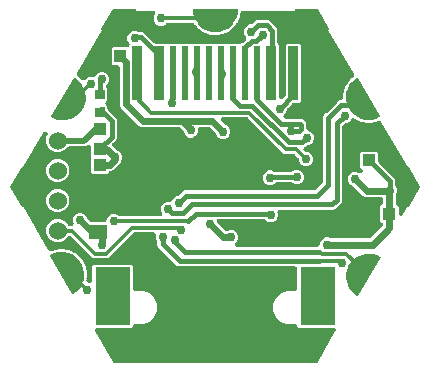
<source format=gbr>
G04 EAGLE Gerber RS-274X export*
G75*
%MOMM*%
%FSLAX34Y34*%
%LPD*%
%INTop Copper*%
%IPPOS*%
%AMOC8*
5,1,8,0,0,1.08239X$1,22.5*%
G01*
%ADD10R,0.800000X0.800000*%
%ADD11R,1.100000X1.000000*%
%ADD12R,1.000000X1.100000*%
%ADD13R,1.500000X1.300000*%
%ADD14R,0.610000X4.600000*%
%ADD15R,0.810000X4.600000*%
%ADD16R,3.000000X4.900000*%
%ADD17C,1.000000*%
%ADD18C,1.524000*%
%ADD19C,0.756400*%
%ADD20C,0.406400*%
%ADD21C,0.609600*%
%ADD22C,0.304800*%
%ADD23C,0.508000*%
%ADD24C,0.254000*%
%ADD25C,0.457200*%
%ADD26C,0.355600*%

G36*
X417822Y264784D02*
X417822Y264784D01*
X417913Y264783D01*
X418022Y264804D01*
X418132Y264815D01*
X418219Y264841D01*
X418309Y264858D01*
X418411Y264900D01*
X418517Y264933D01*
X418597Y264976D01*
X418681Y265011D01*
X418774Y265072D01*
X418871Y265125D01*
X418941Y265183D01*
X419017Y265233D01*
X419095Y265312D01*
X419180Y265382D01*
X419237Y265453D01*
X419302Y265518D01*
X419380Y265631D01*
X419433Y265696D01*
X419455Y265738D01*
X419491Y265790D01*
X434393Y291603D01*
X434453Y291736D01*
X434521Y291866D01*
X434536Y291919D01*
X434559Y291970D01*
X434592Y292113D01*
X434632Y292253D01*
X434637Y292308D01*
X434649Y292362D01*
X434653Y292509D01*
X434665Y292654D01*
X434659Y292710D01*
X434660Y292765D01*
X434635Y292909D01*
X434618Y293054D01*
X434601Y293107D01*
X434591Y293162D01*
X434539Y293298D01*
X434493Y293437D01*
X434466Y293485D01*
X434446Y293537D01*
X434367Y293660D01*
X434295Y293788D01*
X434259Y293830D01*
X434229Y293876D01*
X434128Y293982D01*
X434032Y294092D01*
X433988Y294126D01*
X433950Y294166D01*
X433829Y294250D01*
X433714Y294339D01*
X433664Y294364D01*
X433619Y294395D01*
X433485Y294453D01*
X433354Y294518D01*
X433300Y294533D01*
X433249Y294555D01*
X433106Y294585D01*
X432965Y294623D01*
X432902Y294628D01*
X432855Y294638D01*
X432771Y294639D01*
X432634Y294650D01*
X403358Y294650D01*
X402015Y295993D01*
X401997Y296154D01*
X401978Y296342D01*
X401974Y296355D01*
X401973Y296368D01*
X401915Y296546D01*
X401860Y296727D01*
X401854Y296739D01*
X401849Y296751D01*
X401758Y296915D01*
X401668Y297081D01*
X401660Y297091D01*
X401653Y297103D01*
X401530Y297246D01*
X401410Y297390D01*
X401400Y297398D01*
X401391Y297409D01*
X401243Y297525D01*
X401097Y297642D01*
X401085Y297648D01*
X401074Y297657D01*
X400905Y297742D01*
X400739Y297828D01*
X400727Y297831D01*
X400715Y297838D01*
X400533Y297887D01*
X400352Y297939D01*
X400339Y297940D01*
X400326Y297944D01*
X400139Y297957D01*
X399951Y297972D01*
X399938Y297970D01*
X399925Y297971D01*
X399738Y297947D01*
X399551Y297925D01*
X399539Y297921D01*
X399525Y297919D01*
X399209Y297818D01*
X398821Y297657D01*
X393151Y297657D01*
X387911Y299827D01*
X383901Y303837D01*
X381731Y309076D01*
X381731Y314747D01*
X383901Y319986D01*
X387911Y323996D01*
X393151Y326166D01*
X398821Y326166D01*
X399209Y326006D01*
X399222Y326002D01*
X399234Y325996D01*
X399415Y325944D01*
X399595Y325889D01*
X399608Y325888D01*
X399621Y325884D01*
X399810Y325869D01*
X399996Y325851D01*
X400009Y325853D01*
X400022Y325851D01*
X400209Y325873D01*
X400396Y325893D01*
X400409Y325897D01*
X400422Y325898D01*
X400600Y325956D01*
X400780Y326013D01*
X400792Y326019D01*
X400805Y326023D01*
X400969Y326116D01*
X401134Y326206D01*
X401144Y326215D01*
X401156Y326221D01*
X401298Y326344D01*
X401442Y326465D01*
X401450Y326476D01*
X401460Y326484D01*
X401575Y326632D01*
X401693Y326780D01*
X401699Y326792D01*
X401707Y326802D01*
X401791Y326971D01*
X401877Y327138D01*
X401880Y327151D01*
X401886Y327163D01*
X401935Y327346D01*
X401986Y327525D01*
X401987Y327539D01*
X401991Y327552D01*
X402018Y327882D01*
X402018Y344635D01*
X402016Y344652D01*
X402018Y344670D01*
X401996Y344853D01*
X401978Y345035D01*
X401973Y345052D01*
X401971Y345070D01*
X401914Y345245D01*
X401860Y345420D01*
X401851Y345436D01*
X401846Y345453D01*
X401756Y345613D01*
X401668Y345774D01*
X401657Y345788D01*
X401648Y345804D01*
X401528Y345943D01*
X401410Y346084D01*
X401397Y346095D01*
X401385Y346108D01*
X401240Y346221D01*
X401097Y346336D01*
X401081Y346344D01*
X401067Y346355D01*
X400902Y346437D01*
X400739Y346521D01*
X400722Y346526D01*
X400706Y346534D01*
X400528Y346582D01*
X400352Y346633D01*
X400335Y346634D01*
X400317Y346639D01*
X399987Y346666D01*
X301902Y346666D01*
X300221Y347362D01*
X284255Y363329D01*
X283559Y365009D01*
X283559Y366624D01*
X283556Y366650D01*
X283558Y366677D01*
X283536Y366851D01*
X283519Y367025D01*
X283511Y367050D01*
X283507Y367077D01*
X283452Y367242D01*
X283400Y367409D01*
X283388Y367433D01*
X283379Y367458D01*
X283292Y367610D01*
X283209Y367763D01*
X283192Y367784D01*
X283178Y367807D01*
X282990Y368029D01*
X282063Y370268D01*
X282063Y372695D01*
X282103Y372836D01*
X282158Y373016D01*
X282159Y373029D01*
X282163Y373042D01*
X282178Y373231D01*
X282196Y373417D01*
X282194Y373430D01*
X282196Y373444D01*
X282174Y373630D01*
X282154Y373817D01*
X282150Y373830D01*
X282149Y373843D01*
X282090Y374022D01*
X282034Y374202D01*
X282028Y374213D01*
X282024Y374226D01*
X281931Y374390D01*
X281841Y374555D01*
X281832Y374565D01*
X281826Y374577D01*
X281703Y374719D01*
X281582Y374863D01*
X281571Y374871D01*
X281563Y374882D01*
X281415Y374996D01*
X281267Y375114D01*
X281255Y375120D01*
X281245Y375128D01*
X281076Y375212D01*
X280909Y375298D01*
X280896Y375302D01*
X280884Y375308D01*
X280702Y375357D01*
X280522Y375408D01*
X280508Y375409D01*
X280495Y375412D01*
X280165Y375439D01*
X264357Y375439D01*
X264331Y375437D01*
X264304Y375439D01*
X264130Y375417D01*
X263957Y375399D01*
X263931Y375392D01*
X263905Y375388D01*
X263739Y375333D01*
X263572Y375281D01*
X263548Y375268D01*
X263523Y375260D01*
X263371Y375173D01*
X263218Y375089D01*
X263197Y375072D01*
X263174Y375059D01*
X262921Y374844D01*
X241453Y353377D01*
X229403Y353377D01*
X226576Y356204D01*
X210872Y371908D01*
X210862Y371916D01*
X210853Y371926D01*
X210706Y372043D01*
X210560Y372163D01*
X210549Y372169D01*
X210538Y372177D01*
X210371Y372263D01*
X210205Y372351D01*
X210192Y372355D01*
X210180Y372361D01*
X209999Y372413D01*
X209819Y372466D01*
X209806Y372467D01*
X209793Y372471D01*
X209607Y372485D01*
X209418Y372503D01*
X209404Y372501D01*
X209391Y372502D01*
X209206Y372480D01*
X209018Y372459D01*
X209005Y372455D01*
X208992Y372453D01*
X208814Y372395D01*
X208634Y372338D01*
X208622Y372331D01*
X208609Y372327D01*
X208446Y372234D01*
X208281Y372143D01*
X208271Y372134D01*
X208260Y372128D01*
X208117Y372004D01*
X207974Y371882D01*
X207966Y371872D01*
X207956Y371863D01*
X207841Y371713D01*
X207725Y371566D01*
X207719Y371555D01*
X207711Y371544D01*
X207665Y371454D01*
X204843Y368633D01*
X203824Y368210D01*
X203823Y368210D01*
X201202Y367125D01*
X197261Y367125D01*
X193620Y368633D01*
X190833Y371420D01*
X189325Y375061D01*
X189325Y379002D01*
X190833Y382643D01*
X193620Y385430D01*
X196946Y386808D01*
X197261Y386938D01*
X201202Y386938D01*
X204843Y385430D01*
X207630Y382643D01*
X207856Y382096D01*
X207867Y382076D01*
X207874Y382055D01*
X207962Y381898D01*
X208047Y381741D01*
X208061Y381724D01*
X208072Y381704D01*
X208189Y381569D01*
X208303Y381431D01*
X208320Y381417D01*
X208335Y381400D01*
X208476Y381290D01*
X208616Y381177D01*
X208635Y381167D01*
X208653Y381153D01*
X208813Y381073D01*
X208972Y380990D01*
X208994Y380984D01*
X209014Y380974D01*
X209187Y380927D01*
X209359Y380877D01*
X209381Y380875D01*
X209402Y380869D01*
X209733Y380842D01*
X210610Y380842D01*
X210624Y380843D01*
X210637Y380842D01*
X210824Y380863D01*
X211011Y380882D01*
X211024Y380886D01*
X211037Y380887D01*
X211216Y380945D01*
X211396Y381000D01*
X211408Y381006D01*
X211420Y381011D01*
X211584Y381102D01*
X211750Y381192D01*
X211760Y381200D01*
X211772Y381207D01*
X211914Y381329D01*
X212059Y381450D01*
X212068Y381460D01*
X212078Y381469D01*
X212194Y381617D01*
X212311Y381763D01*
X212318Y381775D01*
X212326Y381786D01*
X212411Y381955D01*
X212497Y382121D01*
X212501Y382133D01*
X212507Y382145D01*
X212556Y382327D01*
X212608Y382508D01*
X212609Y382521D01*
X212613Y382534D01*
X212626Y382720D01*
X212641Y382909D01*
X212640Y382922D01*
X212641Y382935D01*
X212616Y383121D01*
X212594Y383309D01*
X212590Y383321D01*
X212588Y383335D01*
X212487Y383651D01*
X212041Y384727D01*
X212041Y387141D01*
X212965Y389371D01*
X214672Y391079D01*
X216903Y392003D01*
X219317Y392003D01*
X221548Y391079D01*
X223255Y389371D01*
X223834Y387973D01*
X223849Y387945D01*
X223859Y387916D01*
X223944Y387768D01*
X224024Y387618D01*
X224044Y387594D01*
X224060Y387567D01*
X224274Y387314D01*
X226707Y384881D01*
X226728Y384864D01*
X226745Y384844D01*
X226883Y384737D01*
X227018Y384626D01*
X227042Y384614D01*
X227063Y384597D01*
X227219Y384520D01*
X227374Y384438D01*
X227400Y384430D01*
X227424Y384418D01*
X227593Y384373D01*
X227760Y384323D01*
X227787Y384321D01*
X227812Y384314D01*
X228143Y384286D01*
X238523Y384286D01*
X238541Y384288D01*
X238559Y384287D01*
X238741Y384308D01*
X238924Y384326D01*
X238941Y384332D01*
X238958Y384334D01*
X239133Y384391D01*
X239309Y384445D01*
X239324Y384453D01*
X239341Y384459D01*
X239501Y384549D01*
X239663Y384636D01*
X239676Y384648D01*
X239692Y384656D01*
X239831Y384777D01*
X239972Y384894D01*
X239983Y384908D01*
X239997Y384920D01*
X240109Y385065D01*
X240224Y385208D01*
X240232Y385224D01*
X240243Y385238D01*
X240325Y385403D01*
X240410Y385565D01*
X240415Y385582D01*
X240423Y385598D01*
X240470Y385776D01*
X240521Y385952D01*
X240523Y385970D01*
X240527Y385987D01*
X240540Y386141D01*
X241478Y388406D01*
X243185Y390114D01*
X245416Y391037D01*
X247830Y391037D01*
X250061Y390114D01*
X250514Y389660D01*
X250535Y389643D01*
X250552Y389623D01*
X250690Y389516D01*
X250826Y389405D01*
X250849Y389393D01*
X250870Y389376D01*
X251027Y389298D01*
X251181Y389216D01*
X251207Y389209D01*
X251231Y389197D01*
X251400Y389151D01*
X251567Y389102D01*
X251594Y389099D01*
X251620Y389092D01*
X251950Y389065D01*
X285862Y389065D01*
X285876Y389067D01*
X285889Y389065D01*
X286075Y389086D01*
X286263Y389105D01*
X286276Y389109D01*
X286289Y389111D01*
X286467Y389168D01*
X286648Y389223D01*
X286660Y389230D01*
X286672Y389234D01*
X286837Y389325D01*
X287002Y389415D01*
X287012Y389424D01*
X287024Y389430D01*
X287168Y389553D01*
X287311Y389673D01*
X287320Y389683D01*
X287330Y389692D01*
X287446Y389841D01*
X287564Y389987D01*
X287570Y389998D01*
X287578Y390009D01*
X287663Y390178D01*
X287749Y390344D01*
X287753Y390357D01*
X287759Y390369D01*
X287809Y390551D01*
X287860Y390731D01*
X287862Y390744D01*
X287865Y390757D01*
X287878Y390944D01*
X287893Y391132D01*
X287892Y391145D01*
X287893Y391159D01*
X287868Y391345D01*
X287846Y391532D01*
X287842Y391545D01*
X287841Y391558D01*
X287739Y391874D01*
X286825Y394080D01*
X286825Y396495D01*
X287749Y398725D01*
X289456Y400432D01*
X291687Y401356D01*
X294105Y401356D01*
X294128Y401358D01*
X294150Y401357D01*
X294328Y401378D01*
X294506Y401396D01*
X294527Y401403D01*
X294550Y401405D01*
X294720Y401462D01*
X294891Y401514D01*
X294911Y401525D01*
X294932Y401532D01*
X295088Y401621D01*
X295245Y401706D01*
X295262Y401720D01*
X295282Y401731D01*
X295417Y401849D01*
X295554Y401964D01*
X295568Y401981D01*
X295585Y401996D01*
X295695Y402138D01*
X295807Y402278D01*
X295817Y402297D01*
X295830Y402315D01*
X295982Y402610D01*
X296480Y403813D01*
X298187Y405520D01*
X300422Y406446D01*
X300439Y406444D01*
X300613Y406466D01*
X300786Y406484D01*
X300812Y406491D01*
X300838Y406495D01*
X301004Y406550D01*
X301171Y406602D01*
X301195Y406615D01*
X301220Y406623D01*
X301372Y406710D01*
X301525Y406794D01*
X301546Y406811D01*
X301569Y406824D01*
X301822Y407039D01*
X305060Y410277D01*
X306740Y410973D01*
X416365Y410973D01*
X416391Y410975D01*
X416418Y410973D01*
X416592Y410995D01*
X416765Y411013D01*
X416791Y411020D01*
X416817Y411024D01*
X416983Y411079D01*
X417150Y411131D01*
X417174Y411144D01*
X417199Y411152D01*
X417351Y411239D01*
X417504Y411323D01*
X417525Y411340D01*
X417548Y411353D01*
X417801Y411568D01*
X423225Y416992D01*
X423242Y417012D01*
X423262Y417030D01*
X423369Y417168D01*
X423480Y417303D01*
X423493Y417327D01*
X423509Y417348D01*
X423587Y417505D01*
X423669Y417659D01*
X423676Y417684D01*
X423688Y417709D01*
X423734Y417878D01*
X423783Y418045D01*
X423786Y418071D01*
X423793Y418097D01*
X423820Y418428D01*
X423820Y473191D01*
X424516Y474871D01*
X425802Y476158D01*
X425863Y476183D01*
X426042Y476257D01*
X426070Y476272D01*
X426099Y476282D01*
X426247Y476367D01*
X426397Y476447D01*
X426421Y476467D01*
X426448Y476483D01*
X426701Y476698D01*
X426827Y476823D01*
X435353Y485349D01*
X436854Y486850D01*
X438441Y487507D01*
X438771Y487507D01*
X438830Y487513D01*
X438889Y487511D01*
X439030Y487533D01*
X439172Y487547D01*
X439228Y487564D01*
X439286Y487574D01*
X439420Y487623D01*
X439557Y487665D01*
X439609Y487693D01*
X439664Y487714D01*
X439785Y487789D01*
X439911Y487857D01*
X439956Y487895D01*
X440006Y487926D01*
X440110Y488023D01*
X440220Y488115D01*
X440257Y488161D01*
X440300Y488201D01*
X440383Y488317D01*
X440472Y488429D01*
X440499Y488481D01*
X440534Y488529D01*
X440592Y488659D01*
X440658Y488786D01*
X440674Y488842D01*
X440698Y488896D01*
X440730Y489035D01*
X440769Y489173D01*
X440774Y489231D01*
X440787Y489289D01*
X440790Y489432D01*
X440802Y489574D01*
X440795Y489633D01*
X440797Y489691D01*
X440772Y489832D01*
X440755Y489974D01*
X440737Y490030D01*
X440727Y490088D01*
X440688Y490186D01*
X440823Y491078D01*
X440823Y491080D01*
X440823Y491082D01*
X440845Y491413D01*
X440832Y492245D01*
X440848Y492277D01*
X440895Y492348D01*
X440939Y492456D01*
X440992Y492559D01*
X441015Y492641D01*
X441048Y492721D01*
X441070Y492835D01*
X441101Y492947D01*
X441107Y493032D01*
X441123Y493116D01*
X441122Y493233D01*
X441131Y493348D01*
X441120Y493433D01*
X441120Y493519D01*
X441096Y493632D01*
X441081Y493748D01*
X441065Y493795D01*
X441323Y494587D01*
X441324Y494589D01*
X441324Y494590D01*
X441400Y494913D01*
X441524Y495736D01*
X441545Y495765D01*
X441604Y495827D01*
X441665Y495926D01*
X441734Y496020D01*
X441770Y496097D01*
X441815Y496170D01*
X441856Y496279D01*
X441905Y496384D01*
X441925Y496467D01*
X441955Y496547D01*
X441973Y496662D01*
X442001Y496775D01*
X442004Y496861D01*
X442018Y496945D01*
X442013Y497061D01*
X442017Y497178D01*
X442010Y497227D01*
X442394Y497965D01*
X442395Y497967D01*
X442396Y497968D01*
X442524Y498274D01*
X442782Y499065D01*
X442807Y499090D01*
X442875Y499142D01*
X442951Y499230D01*
X443035Y499311D01*
X443084Y499381D01*
X443140Y499445D01*
X443198Y499546D01*
X443264Y499642D01*
X443298Y499721D01*
X443340Y499795D01*
X443377Y499905D01*
X443423Y500012D01*
X443440Y500096D01*
X443467Y500177D01*
X443481Y500292D01*
X443505Y500406D01*
X443506Y500456D01*
X444006Y501121D01*
X444007Y501122D01*
X444009Y501124D01*
X444185Y501405D01*
X444570Y502143D01*
X444599Y502163D01*
X444674Y502203D01*
X444764Y502277D01*
X444860Y502343D01*
X444920Y502404D01*
X444986Y502458D01*
X445059Y502548D01*
X445140Y502632D01*
X445187Y502704D01*
X445241Y502770D01*
X445295Y502873D01*
X445358Y502971D01*
X445389Y503050D01*
X445429Y503126D01*
X445462Y503237D01*
X445504Y503346D01*
X445513Y503395D01*
X446116Y503968D01*
X446117Y503970D01*
X446119Y503971D01*
X446339Y504219D01*
X446840Y504883D01*
X446872Y504898D01*
X446953Y504926D01*
X447054Y504984D01*
X447160Y505033D01*
X447228Y505084D01*
X447302Y505126D01*
X447390Y505203D01*
X447483Y505272D01*
X447541Y505335D01*
X447605Y505392D01*
X447676Y505484D01*
X447754Y505570D01*
X447797Y505644D01*
X447849Y505712D01*
X447900Y505816D01*
X447960Y505916D01*
X447977Y505963D01*
X448666Y506430D01*
X448667Y506431D01*
X448669Y506432D01*
X448927Y506640D01*
X449491Y507175D01*
X449608Y507312D01*
X449730Y507447D01*
X449740Y507465D01*
X449754Y507480D01*
X449842Y507637D01*
X449934Y507793D01*
X449941Y507813D01*
X449951Y507831D01*
X450007Y508003D01*
X450067Y508174D01*
X450069Y508194D01*
X450076Y508214D01*
X450097Y508393D01*
X450121Y508572D01*
X450120Y508593D01*
X450122Y508614D01*
X450107Y508794D01*
X450096Y508974D01*
X450091Y508994D01*
X450089Y509015D01*
X450039Y509188D01*
X449992Y509363D01*
X449983Y509384D01*
X449977Y509402D01*
X449941Y509471D01*
X449850Y509663D01*
X428426Y546772D01*
X429054Y547069D01*
X429076Y547086D01*
X429103Y547096D01*
X429155Y547145D01*
X429213Y547188D01*
X429227Y547213D01*
X429248Y547232D01*
X429277Y547298D01*
X429313Y547360D01*
X429316Y547388D01*
X429328Y547414D01*
X429329Y547486D01*
X429338Y547557D01*
X429330Y547584D01*
X429331Y547613D01*
X429295Y547708D01*
X429284Y547748D01*
X429277Y547757D01*
X429273Y547769D01*
X419773Y564269D01*
X419721Y564328D01*
X419675Y564390D01*
X419656Y564401D01*
X419641Y564418D01*
X419571Y564452D01*
X419504Y564492D01*
X419480Y564496D01*
X419462Y564504D01*
X419417Y564506D01*
X419340Y564519D01*
X400340Y564519D01*
X400312Y564514D01*
X400284Y564516D01*
X400216Y564494D01*
X400145Y564480D01*
X400122Y564464D01*
X400095Y564455D01*
X400040Y564408D01*
X399981Y564367D01*
X399966Y564343D01*
X399945Y564325D01*
X399913Y564260D01*
X399874Y564200D01*
X399869Y564172D01*
X399857Y564146D01*
X399848Y564045D01*
X399841Y564003D01*
X399843Y563993D01*
X399842Y563980D01*
X399899Y563265D01*
X356067Y563265D01*
X355899Y563249D01*
X355730Y563237D01*
X355698Y563229D01*
X355666Y563225D01*
X355504Y563176D01*
X355341Y563131D01*
X355312Y563117D01*
X355281Y563107D01*
X355132Y563027D01*
X354981Y562951D01*
X354956Y562931D01*
X354927Y562915D01*
X354797Y562807D01*
X354664Y562703D01*
X354643Y562679D01*
X354618Y562658D01*
X354512Y562526D01*
X354402Y562398D01*
X354386Y562369D01*
X354365Y562344D01*
X354288Y562194D01*
X354205Y562047D01*
X354193Y562012D01*
X354180Y561987D01*
X354156Y561904D01*
X354097Y561733D01*
X353829Y560671D01*
X353828Y560669D01*
X353828Y560667D01*
X353773Y560340D01*
X353704Y559504D01*
X353693Y559488D01*
X353640Y559422D01*
X353585Y559319D01*
X353522Y559221D01*
X353491Y559141D01*
X353451Y559066D01*
X353418Y558954D01*
X353376Y558846D01*
X353361Y558761D01*
X353337Y558680D01*
X353327Y558563D01*
X353307Y558449D01*
X353309Y558364D01*
X353301Y558279D01*
X353314Y558163D01*
X353317Y558046D01*
X353325Y558010D01*
X352990Y557246D01*
X352989Y557244D01*
X352988Y557242D01*
X352881Y556928D01*
X352675Y556115D01*
X352662Y556101D01*
X352598Y556044D01*
X352527Y555952D01*
X352449Y555865D01*
X352405Y555792D01*
X352353Y555724D01*
X352302Y555620D01*
X352243Y555520D01*
X352214Y555439D01*
X352177Y555362D01*
X352148Y555250D01*
X352109Y555140D01*
X352097Y555055D01*
X352076Y554973D01*
X352069Y554856D01*
X352053Y554741D01*
X352055Y554704D01*
X351806Y554322D01*
X351598Y554005D01*
X351598Y554003D01*
X351596Y554002D01*
X351439Y553710D01*
X351102Y552942D01*
X351087Y552930D01*
X351014Y552885D01*
X350929Y552805D01*
X350838Y552733D01*
X350783Y552668D01*
X350720Y552609D01*
X350653Y552514D01*
X350578Y552425D01*
X350537Y552351D01*
X350487Y552281D01*
X350440Y552175D01*
X350383Y552073D01*
X350358Y551991D01*
X350323Y551914D01*
X350297Y551800D01*
X350262Y551689D01*
X350258Y551652D01*
X349693Y551038D01*
X349692Y551036D01*
X349690Y551035D01*
X349487Y550773D01*
X349028Y550071D01*
X349011Y550061D01*
X348932Y550029D01*
X348835Y549964D01*
X348733Y549908D01*
X348668Y549853D01*
X348597Y549805D01*
X348515Y549723D01*
X348426Y549648D01*
X348373Y549581D01*
X348313Y549520D01*
X348248Y549423D01*
X348176Y549332D01*
X348138Y549256D01*
X348090Y549185D01*
X348046Y549077D01*
X347994Y548973D01*
X347984Y548937D01*
X347325Y548424D01*
X347324Y548423D01*
X347322Y548422D01*
X347078Y548197D01*
X346510Y547580D01*
X346491Y547573D01*
X346408Y547554D01*
X346302Y547507D01*
X346192Y547468D01*
X346119Y547424D01*
X346041Y547389D01*
X345946Y547321D01*
X345846Y547262D01*
X345783Y547204D01*
X345714Y547155D01*
X345634Y547069D01*
X345548Y546991D01*
X345497Y546923D01*
X345439Y546860D01*
X345378Y546761D01*
X345309Y546667D01*
X345293Y546634D01*
X344559Y546236D01*
X344557Y546235D01*
X344556Y546235D01*
X344278Y546053D01*
X343616Y545538D01*
X343597Y545534D01*
X343512Y545529D01*
X343399Y545500D01*
X343284Y545480D01*
X343205Y545448D01*
X343122Y545427D01*
X343018Y545375D01*
X342909Y545333D01*
X342838Y545287D01*
X342761Y545249D01*
X342668Y545178D01*
X342571Y545116D01*
X342509Y545056D01*
X342441Y545004D01*
X342365Y544916D01*
X342281Y544835D01*
X342260Y544805D01*
X341471Y544534D01*
X341469Y544533D01*
X341467Y544532D01*
X341163Y544399D01*
X340426Y544000D01*
X340406Y544000D01*
X340321Y544009D01*
X340205Y543998D01*
X340089Y543997D01*
X340005Y543979D01*
X339920Y543971D01*
X339809Y543938D01*
X339695Y543914D01*
X339617Y543880D01*
X339535Y543856D01*
X339432Y543801D01*
X339325Y543755D01*
X339255Y543707D01*
X339179Y543667D01*
X339089Y543593D01*
X338994Y543527D01*
X338968Y543500D01*
X338144Y543362D01*
X338143Y543362D01*
X338141Y543362D01*
X337819Y543280D01*
X337026Y543008D01*
X337006Y543011D01*
X336924Y543034D01*
X336808Y543042D01*
X336693Y543060D01*
X336608Y543057D01*
X336523Y543063D01*
X336407Y543048D01*
X336291Y543044D01*
X336208Y543023D01*
X336123Y543013D01*
X336013Y542975D01*
X335900Y542948D01*
X335822Y542912D01*
X335741Y542884D01*
X335640Y542826D01*
X335535Y542777D01*
X335505Y542755D01*
X334670Y542755D01*
X334669Y542754D01*
X334667Y542755D01*
X334336Y542727D01*
X333509Y542589D01*
X333490Y542595D01*
X333413Y542631D01*
X333300Y542659D01*
X333189Y542696D01*
X333105Y542706D01*
X333021Y542726D01*
X332905Y542731D01*
X332790Y542745D01*
X332704Y542739D01*
X332619Y542742D01*
X332504Y542724D01*
X332388Y542715D01*
X332306Y542692D01*
X332222Y542679D01*
X332113Y542638D01*
X332001Y542606D01*
X331967Y542590D01*
X331144Y542727D01*
X331142Y542727D01*
X331140Y542728D01*
X330810Y542755D01*
X329973Y542755D01*
X329952Y542765D01*
X329883Y542812D01*
X329776Y542858D01*
X329673Y542912D01*
X329591Y542937D01*
X329513Y542970D01*
X329399Y542994D01*
X329287Y543027D01*
X329202Y543035D01*
X329119Y543052D01*
X329002Y543053D01*
X328886Y543064D01*
X328801Y543054D01*
X328716Y543055D01*
X328602Y543033D01*
X328486Y543020D01*
X328451Y543009D01*
X327661Y543280D01*
X327659Y543280D01*
X327657Y543281D01*
X327336Y543362D01*
X326508Y543500D01*
X326493Y543512D01*
X326431Y543572D01*
X326333Y543634D01*
X326241Y543705D01*
X326164Y543743D01*
X326092Y543789D01*
X325984Y543831D01*
X325879Y543882D01*
X325797Y543903D01*
X325717Y543934D01*
X325602Y543954D01*
X325490Y543984D01*
X325404Y543989D01*
X325320Y544003D01*
X325204Y544000D01*
X325088Y544007D01*
X325051Y544002D01*
X324317Y544399D01*
X324315Y544400D01*
X324313Y544401D01*
X324009Y544534D01*
X323216Y544806D01*
X323203Y544820D01*
X323152Y544889D01*
X323065Y544967D01*
X322986Y545052D01*
X322916Y545101D01*
X322853Y545159D01*
X322753Y545218D01*
X322658Y545286D01*
X322580Y545321D01*
X322507Y545364D01*
X322397Y545403D01*
X322291Y545450D01*
X322207Y545469D01*
X322127Y545498D01*
X322011Y545514D01*
X321898Y545539D01*
X321861Y545540D01*
X321202Y546053D01*
X321200Y546054D01*
X321199Y546055D01*
X320921Y546236D01*
X320183Y546636D01*
X320172Y546652D01*
X320134Y546728D01*
X320061Y546819D01*
X319997Y546916D01*
X319936Y546976D01*
X319883Y547043D01*
X319794Y547118D01*
X319712Y547201D01*
X319641Y547248D01*
X319576Y547303D01*
X319474Y547359D01*
X319377Y547424D01*
X319298Y547456D01*
X319223Y547497D01*
X319112Y547532D01*
X319004Y547576D01*
X318967Y547583D01*
X318402Y548197D01*
X318401Y548198D01*
X318399Y548200D01*
X318155Y548424D01*
X317493Y548939D01*
X317485Y548957D01*
X317459Y549039D01*
X317403Y549141D01*
X317355Y549247D01*
X317306Y549316D01*
X317264Y549391D01*
X317189Y549480D01*
X317121Y549574D01*
X317059Y549633D01*
X317004Y549698D01*
X316912Y549770D01*
X316827Y549849D01*
X316755Y549894D01*
X316688Y549947D01*
X316584Y550000D01*
X316485Y550061D01*
X316450Y550074D01*
X315993Y550773D01*
X315992Y550774D01*
X315991Y550776D01*
X315787Y551038D01*
X314793Y552118D01*
X314741Y552164D01*
X314696Y552216D01*
X314591Y552297D01*
X314492Y552386D01*
X314432Y552420D01*
X314378Y552462D01*
X314259Y552522D01*
X314144Y552589D01*
X314079Y552611D01*
X314018Y552642D01*
X313889Y552676D01*
X313764Y552719D01*
X313695Y552728D01*
X313629Y552746D01*
X313450Y552761D01*
X313364Y552772D01*
X313335Y552770D01*
X313298Y552773D01*
X292268Y552773D01*
X292241Y552771D01*
X292215Y552773D01*
X292041Y552751D01*
X291867Y552733D01*
X291842Y552726D01*
X291815Y552722D01*
X291650Y552667D01*
X291482Y552615D01*
X291459Y552603D01*
X291434Y552594D01*
X291282Y552507D01*
X291128Y552424D01*
X291108Y552407D01*
X291085Y552393D01*
X290832Y552178D01*
X290093Y551439D01*
X287862Y550515D01*
X285448Y550515D01*
X283217Y551439D01*
X281510Y553146D01*
X280586Y555377D01*
X280586Y557791D01*
X281559Y560139D01*
X281639Y560293D01*
X281730Y560464D01*
X281732Y560473D01*
X281736Y560481D01*
X281789Y560666D01*
X281844Y560850D01*
X281845Y560859D01*
X281848Y560868D01*
X281863Y561059D01*
X281881Y561251D01*
X281880Y561260D01*
X281881Y561270D01*
X281858Y561460D01*
X281838Y561652D01*
X281835Y561660D01*
X281834Y561669D01*
X281774Y561852D01*
X281716Y562035D01*
X281712Y562043D01*
X281709Y562052D01*
X281614Y562220D01*
X281521Y562388D01*
X281515Y562395D01*
X281511Y562403D01*
X281386Y562548D01*
X281261Y562695D01*
X281254Y562701D01*
X281248Y562708D01*
X281096Y562825D01*
X280945Y562945D01*
X280937Y562949D01*
X280930Y562954D01*
X280757Y563040D01*
X280586Y563127D01*
X280578Y563129D01*
X280569Y563134D01*
X280383Y563184D01*
X280198Y563235D01*
X280189Y563236D01*
X280180Y563238D01*
X279850Y563265D01*
X265581Y563265D01*
X265638Y563980D01*
X265634Y564009D01*
X265639Y564037D01*
X265622Y564106D01*
X265614Y564178D01*
X265600Y564202D01*
X265593Y564230D01*
X265550Y564288D01*
X265515Y564350D01*
X265492Y564367D01*
X265475Y564390D01*
X265413Y564427D01*
X265356Y564470D01*
X265328Y564477D01*
X265304Y564492D01*
X265204Y564508D01*
X265163Y564519D01*
X265153Y564517D01*
X265140Y564519D01*
X246140Y564519D01*
X246064Y564504D01*
X245986Y564495D01*
X245967Y564484D01*
X245945Y564480D01*
X245881Y564436D01*
X245813Y564397D01*
X245797Y564378D01*
X245781Y564367D01*
X245757Y564329D01*
X245707Y564269D01*
X236207Y547769D01*
X236198Y547742D01*
X236182Y547718D01*
X236167Y547648D01*
X236144Y547580D01*
X236147Y547552D01*
X236141Y547524D01*
X236155Y547454D01*
X236160Y547382D01*
X236173Y547357D01*
X236179Y547329D01*
X236219Y547269D01*
X236252Y547206D01*
X236274Y547188D01*
X236290Y547164D01*
X236373Y547106D01*
X236405Y547079D01*
X236416Y547076D01*
X236427Y547069D01*
X237054Y546772D01*
X215897Y510127D01*
X215834Y509986D01*
X215764Y509849D01*
X215751Y509803D01*
X215732Y509760D01*
X215697Y509610D01*
X215656Y509461D01*
X215652Y509414D01*
X215641Y509368D01*
X215637Y509213D01*
X215626Y509060D01*
X215632Y509013D01*
X215630Y508965D01*
X215657Y508814D01*
X215676Y508660D01*
X215691Y508615D01*
X215699Y508568D01*
X215755Y508425D01*
X215804Y508279D01*
X215827Y508237D01*
X215845Y508193D01*
X215928Y508063D01*
X216004Y507929D01*
X216036Y507894D01*
X216061Y507854D01*
X216169Y507742D01*
X216270Y507627D01*
X216308Y507598D01*
X216341Y507564D01*
X216368Y507545D01*
X217383Y506544D01*
X217384Y506543D01*
X217386Y506542D01*
X217640Y506329D01*
X218319Y505852D01*
X218327Y505837D01*
X218346Y505779D01*
X218418Y505657D01*
X218482Y505531D01*
X218519Y505484D01*
X218550Y505432D01*
X218593Y505382D01*
X218598Y505374D01*
X218620Y505351D01*
X218681Y505280D01*
X218731Y505216D01*
X218748Y505201D01*
X218766Y505180D01*
X218784Y505163D01*
X218831Y505125D01*
X218873Y505080D01*
X218986Y504999D01*
X219038Y504955D01*
X219047Y504950D01*
X219097Y504910D01*
X219151Y504882D01*
X219201Y504847D01*
X219329Y504789D01*
X219454Y504724D01*
X219513Y504707D01*
X219514Y504706D01*
X219518Y504701D01*
X219536Y504687D01*
X219551Y504670D01*
X219694Y504563D01*
X219834Y504452D01*
X219854Y504441D01*
X219873Y504427D01*
X220034Y504350D01*
X220193Y504269D01*
X220215Y504263D01*
X220236Y504253D01*
X220409Y504209D01*
X220581Y504161D01*
X220604Y504160D01*
X220626Y504154D01*
X220803Y504145D01*
X220982Y504132D01*
X221005Y504135D01*
X221028Y504134D01*
X221204Y504160D01*
X221382Y504182D01*
X221404Y504190D01*
X221426Y504193D01*
X221594Y504254D01*
X221763Y504311D01*
X221783Y504322D01*
X221805Y504330D01*
X221958Y504423D01*
X222112Y504512D01*
X222132Y504528D01*
X222149Y504539D01*
X222209Y504594D01*
X222365Y504726D01*
X223811Y506172D01*
X226042Y507096D01*
X228456Y507096D01*
X228794Y506956D01*
X228811Y506951D01*
X228827Y506943D01*
X229002Y506893D01*
X229179Y506840D01*
X229197Y506838D01*
X229214Y506833D01*
X229396Y506819D01*
X229580Y506802D01*
X229598Y506804D01*
X229615Y506802D01*
X229798Y506824D01*
X229980Y506843D01*
X229997Y506849D01*
X230015Y506851D01*
X230190Y506909D01*
X230365Y506963D01*
X230380Y506972D01*
X230397Y506977D01*
X230557Y507068D01*
X230718Y507156D01*
X230732Y507168D01*
X230747Y507177D01*
X230885Y507297D01*
X231026Y507416D01*
X231037Y507430D01*
X231051Y507441D01*
X231162Y507587D01*
X231277Y507730D01*
X231285Y507746D01*
X231296Y507760D01*
X231448Y508056D01*
X231629Y508493D01*
X233336Y510200D01*
X235566Y511124D01*
X237981Y511124D01*
X240211Y510200D01*
X241918Y508493D01*
X242842Y506262D01*
X242842Y503848D01*
X241918Y501618D01*
X240787Y500486D01*
X240774Y500470D01*
X240757Y500456D01*
X240646Y500314D01*
X240532Y500175D01*
X240522Y500156D01*
X240509Y500139D01*
X240428Y499978D01*
X240343Y499819D01*
X240337Y499799D01*
X240328Y499780D01*
X240280Y499606D01*
X240229Y499433D01*
X240227Y499412D01*
X240221Y499391D01*
X240209Y499213D01*
X240192Y499032D01*
X240195Y499011D01*
X240193Y498990D01*
X240216Y498812D01*
X240236Y498632D01*
X240242Y498611D01*
X240245Y498590D01*
X240302Y498421D01*
X240357Y498248D01*
X240368Y498229D01*
X240374Y498209D01*
X240464Y498054D01*
X240552Y497896D01*
X240566Y497879D01*
X240577Y497861D01*
X240792Y497609D01*
X241227Y497177D01*
X241262Y487282D01*
X240149Y486162D01*
X240138Y486148D01*
X240124Y486136D01*
X240011Y485992D01*
X239895Y485850D01*
X239887Y485834D01*
X239876Y485820D01*
X239793Y485656D01*
X239708Y485493D01*
X239703Y485476D01*
X239695Y485460D01*
X239646Y485283D01*
X239594Y485107D01*
X239593Y485089D01*
X239588Y485072D01*
X239575Y484889D01*
X239559Y484706D01*
X239561Y484688D01*
X239560Y484670D01*
X239584Y484488D01*
X239604Y484306D01*
X239610Y484289D01*
X239612Y484271D01*
X239671Y484097D01*
X239727Y483922D01*
X239736Y483907D01*
X239741Y483890D01*
X239834Y483730D01*
X239923Y483571D01*
X239935Y483557D01*
X239944Y483542D01*
X240159Y483289D01*
X241280Y482177D01*
X241284Y480774D01*
X241287Y480750D01*
X241285Y480727D01*
X241308Y480550D01*
X241326Y480373D01*
X241333Y480351D01*
X241336Y480328D01*
X241392Y480159D01*
X241445Y479989D01*
X241456Y479968D01*
X241464Y479946D01*
X241553Y479791D01*
X241638Y479635D01*
X241653Y479618D01*
X241665Y479597D01*
X241879Y479344D01*
X248725Y472499D01*
X249382Y470912D01*
X249382Y455616D01*
X248725Y454029D01*
X245853Y451158D01*
X245842Y451144D01*
X245828Y451132D01*
X245714Y450988D01*
X245598Y450846D01*
X245590Y450830D01*
X245579Y450816D01*
X245495Y450652D01*
X245410Y450490D01*
X245405Y450473D01*
X245396Y450457D01*
X245347Y450280D01*
X245295Y450104D01*
X245293Y450087D01*
X245288Y450069D01*
X245275Y449886D01*
X245258Y449703D01*
X245260Y449686D01*
X245259Y449668D01*
X245282Y449486D01*
X245302Y449303D01*
X245307Y449286D01*
X245309Y449268D01*
X245368Y449095D01*
X245423Y448919D01*
X245432Y448904D01*
X245438Y448887D01*
X245530Y448727D01*
X245618Y448567D01*
X245630Y448554D01*
X245639Y448538D01*
X245853Y448285D01*
X249030Y445108D01*
X249054Y445088D01*
X249075Y445065D01*
X249210Y444961D01*
X249341Y444853D01*
X249369Y444839D01*
X249394Y444820D01*
X249689Y444668D01*
X251088Y444089D01*
X252795Y442381D01*
X253719Y440151D01*
X253719Y437737D01*
X252791Y435498D01*
X252700Y435378D01*
X252592Y435247D01*
X252577Y435219D01*
X252558Y435194D01*
X252406Y434899D01*
X252173Y434334D01*
X246104Y428265D01*
X244129Y427447D01*
X243995Y427431D01*
X243822Y427413D01*
X243797Y427405D01*
X243770Y427402D01*
X243604Y427346D01*
X243437Y427295D01*
X243414Y427282D01*
X243388Y427274D01*
X243237Y427187D01*
X243083Y427103D01*
X243063Y427086D01*
X243039Y427073D01*
X242786Y426858D01*
X240929Y425001D01*
X229035Y425001D01*
X227695Y426341D01*
X227695Y439239D01*
X227693Y439266D01*
X227695Y439292D01*
X227673Y439466D01*
X227656Y439639D01*
X227648Y439665D01*
X227644Y439692D01*
X227589Y439858D01*
X227537Y440024D01*
X227525Y440048D01*
X227516Y440073D01*
X227459Y440173D01*
X227459Y447347D01*
X227458Y447360D01*
X227459Y447374D01*
X227438Y447560D01*
X227419Y447748D01*
X227415Y447760D01*
X227414Y447774D01*
X227356Y447953D01*
X227301Y448132D01*
X227294Y448144D01*
X227290Y448157D01*
X227198Y448322D01*
X227109Y448486D01*
X227101Y448497D01*
X227094Y448508D01*
X226972Y448651D01*
X226851Y448796D01*
X226841Y448804D01*
X226832Y448814D01*
X226684Y448930D01*
X226538Y449048D01*
X226526Y449054D01*
X226515Y449063D01*
X226347Y449147D01*
X226180Y449234D01*
X226167Y449237D01*
X226155Y449243D01*
X225974Y449293D01*
X225793Y449345D01*
X225780Y449346D01*
X225767Y449350D01*
X225579Y449363D01*
X225392Y449378D01*
X225379Y449376D01*
X225365Y449377D01*
X225178Y449353D01*
X224992Y449331D01*
X224980Y449327D01*
X224966Y449325D01*
X224650Y449224D01*
X222673Y448405D01*
X209256Y448405D01*
X209230Y448402D01*
X209203Y448404D01*
X209029Y448382D01*
X208856Y448365D01*
X208830Y448357D01*
X208803Y448353D01*
X208638Y448298D01*
X208471Y448246D01*
X208447Y448234D01*
X208422Y448225D01*
X208270Y448138D01*
X208117Y448055D01*
X208096Y448038D01*
X208073Y448024D01*
X207820Y447810D01*
X204843Y444833D01*
X201304Y443367D01*
X201202Y443325D01*
X197261Y443325D01*
X193620Y444833D01*
X190833Y447620D01*
X189325Y451261D01*
X189325Y455202D01*
X190509Y458062D01*
X190529Y458128D01*
X190557Y458191D01*
X190587Y458320D01*
X190626Y458447D01*
X190632Y458516D01*
X190648Y458583D01*
X190651Y458716D01*
X190664Y458848D01*
X190657Y458917D01*
X190659Y458985D01*
X190636Y459116D01*
X190622Y459249D01*
X190602Y459314D01*
X190590Y459382D01*
X190542Y459506D01*
X190502Y459633D01*
X190469Y459693D01*
X190444Y459757D01*
X190373Y459870D01*
X190309Y459986D01*
X190265Y460039D01*
X190228Y460097D01*
X190135Y460193D01*
X190050Y460294D01*
X189996Y460337D01*
X189948Y460387D01*
X189839Y460462D01*
X189735Y460545D01*
X189674Y460577D01*
X189617Y460616D01*
X189495Y460668D01*
X189377Y460729D01*
X189311Y460748D01*
X189247Y460775D01*
X189117Y460803D01*
X188990Y460839D01*
X188921Y460844D01*
X188854Y460858D01*
X188720Y460860D01*
X188588Y460870D01*
X188520Y460862D01*
X188451Y460862D01*
X188320Y460837D01*
X188188Y460821D01*
X188123Y460800D01*
X188055Y460787D01*
X187932Y460737D01*
X187806Y460695D01*
X187746Y460661D01*
X187683Y460635D01*
X187572Y460561D01*
X187456Y460495D01*
X187405Y460450D01*
X187347Y460412D01*
X187253Y460318D01*
X187153Y460231D01*
X187111Y460176D01*
X187062Y460128D01*
X186960Y459980D01*
X186908Y459912D01*
X186892Y459882D01*
X186873Y459855D01*
X169932Y430511D01*
X169324Y430931D01*
X169297Y430942D01*
X169275Y430961D01*
X169206Y430981D01*
X169141Y431009D01*
X169112Y431009D01*
X169084Y431017D01*
X169013Y431009D01*
X168942Y431010D01*
X168915Y430998D01*
X168886Y430995D01*
X168824Y430960D01*
X168759Y430932D01*
X168738Y430912D01*
X168713Y430897D01*
X168650Y430820D01*
X168620Y430790D01*
X168616Y430780D01*
X168607Y430769D01*
X159107Y414269D01*
X159083Y414196D01*
X159052Y414126D01*
X159052Y414102D01*
X159044Y414080D01*
X159051Y414004D01*
X159050Y413927D01*
X159059Y413903D01*
X159060Y413882D01*
X159081Y413843D01*
X159100Y413791D01*
X159101Y413785D01*
X159103Y413783D01*
X159107Y413771D01*
X168607Y397271D01*
X168626Y397249D01*
X168639Y397223D01*
X168692Y397175D01*
X168739Y397122D01*
X168765Y397109D01*
X168787Y397090D01*
X168854Y397067D01*
X168918Y397036D01*
X168947Y397035D01*
X168974Y397025D01*
X169046Y397030D01*
X169117Y397027D01*
X169144Y397037D01*
X169173Y397039D01*
X169263Y397081D01*
X169303Y397096D01*
X169311Y397103D01*
X169324Y397109D01*
X169932Y397529D01*
X191308Y360505D01*
X191399Y360377D01*
X191485Y360246D01*
X191517Y360214D01*
X191542Y360178D01*
X191657Y360071D01*
X191768Y359959D01*
X191805Y359934D01*
X191837Y359904D01*
X191971Y359821D01*
X192101Y359733D01*
X192142Y359716D01*
X192180Y359693D01*
X192328Y359639D01*
X192473Y359578D01*
X192516Y359569D01*
X192558Y359554D01*
X192713Y359530D01*
X192868Y359499D01*
X192912Y359499D01*
X192956Y359492D01*
X193113Y359499D01*
X193270Y359499D01*
X193319Y359509D01*
X193358Y359510D01*
X193442Y359531D01*
X193597Y359560D01*
X194997Y359938D01*
X194998Y359939D01*
X195000Y359939D01*
X195312Y360052D01*
X196069Y360398D01*
X196105Y360396D01*
X196188Y360381D01*
X196305Y360384D01*
X196421Y360378D01*
X196506Y360389D01*
X196591Y360392D01*
X196704Y360418D01*
X196820Y360434D01*
X196900Y360462D01*
X196983Y360481D01*
X197090Y360529D01*
X197200Y360568D01*
X197273Y360611D01*
X197351Y360646D01*
X197446Y360714D01*
X197545Y360774D01*
X197582Y360807D01*
X198410Y360889D01*
X198412Y360889D01*
X198414Y360889D01*
X198740Y360950D01*
X199544Y361167D01*
X199579Y361159D01*
X199659Y361130D01*
X199775Y361114D01*
X199888Y361088D01*
X199973Y361086D01*
X200058Y361074D01*
X200174Y361081D01*
X200290Y361078D01*
X200375Y361093D01*
X200460Y361098D01*
X200573Y361128D01*
X200687Y361148D01*
X200766Y361179D01*
X200849Y361200D01*
X200954Y361252D01*
X201062Y361294D01*
X201104Y361321D01*
X201934Y361265D01*
X201936Y361265D01*
X201938Y361265D01*
X202270Y361271D01*
X203098Y361353D01*
X203131Y361339D01*
X203206Y361298D01*
X203317Y361263D01*
X203424Y361219D01*
X203508Y361203D01*
X203590Y361177D01*
X203706Y361164D01*
X203820Y361142D01*
X203905Y361143D01*
X203990Y361134D01*
X204106Y361145D01*
X204222Y361146D01*
X204306Y361163D01*
X204391Y361171D01*
X204503Y361204D01*
X204616Y361228D01*
X204662Y361248D01*
X205472Y361056D01*
X205474Y361056D01*
X205476Y361056D01*
X205804Y361007D01*
X206634Y360951D01*
X206664Y360932D01*
X206731Y360879D01*
X206835Y360827D01*
X206934Y360765D01*
X207014Y360735D01*
X207090Y360697D01*
X207202Y360666D01*
X207312Y360625D01*
X207396Y360612D01*
X207478Y360589D01*
X207594Y360580D01*
X207709Y360562D01*
X207794Y360565D01*
X207880Y360559D01*
X207995Y360574D01*
X208111Y360578D01*
X208160Y360590D01*
X208927Y360268D01*
X208929Y360268D01*
X208931Y360267D01*
X209246Y360164D01*
X210056Y359973D01*
X210083Y359949D01*
X210140Y359886D01*
X210234Y359817D01*
X210321Y359740D01*
X210395Y359698D01*
X210464Y359647D01*
X210570Y359598D01*
X210671Y359540D01*
X210751Y359513D01*
X210829Y359477D01*
X210942Y359449D01*
X211052Y359412D01*
X211137Y359402D01*
X211220Y359381D01*
X211336Y359377D01*
X211452Y359362D01*
X211502Y359366D01*
X212206Y358922D01*
X212207Y358921D01*
X212209Y358920D01*
X212503Y358767D01*
X213270Y358445D01*
X213293Y358417D01*
X213339Y358345D01*
X213420Y358262D01*
X213494Y358172D01*
X213560Y358118D01*
X213619Y358056D01*
X213715Y357990D01*
X213805Y357917D01*
X213881Y357877D01*
X213951Y357828D01*
X214058Y357782D01*
X214161Y357728D01*
X214243Y357703D01*
X214321Y357670D01*
X214435Y357646D01*
X214547Y357613D01*
X214596Y357608D01*
X215217Y357055D01*
X215219Y357053D01*
X215220Y357052D01*
X215486Y356853D01*
X216189Y356409D01*
X216207Y356378D01*
X216241Y356299D01*
X216307Y356203D01*
X216365Y356102D01*
X216421Y356038D01*
X216469Y355968D01*
X216553Y355887D01*
X216630Y355799D01*
X216698Y355748D01*
X216759Y355688D01*
X216857Y355626D01*
X216950Y355555D01*
X217026Y355517D01*
X217098Y355471D01*
X217207Y355429D01*
X217311Y355378D01*
X217360Y355365D01*
X217881Y354717D01*
X217882Y354715D01*
X217883Y354714D01*
X218112Y354474D01*
X218733Y353920D01*
X218746Y353886D01*
X218766Y353803D01*
X218815Y353698D01*
X218856Y353589D01*
X218901Y353516D01*
X218937Y353439D01*
X219006Y353345D01*
X219068Y353246D01*
X219126Y353184D01*
X219177Y353115D01*
X219263Y353037D01*
X219343Y352952D01*
X219412Y352903D01*
X219475Y352846D01*
X219576Y352786D01*
X219670Y352718D01*
X219716Y352698D01*
X220123Y351973D01*
X220124Y351971D01*
X220125Y351969D01*
X220311Y351695D01*
X220833Y351046D01*
X220840Y351011D01*
X220846Y350926D01*
X220877Y350814D01*
X220899Y350700D01*
X220932Y350620D01*
X220955Y350538D01*
X221008Y350435D01*
X221052Y350327D01*
X221099Y350256D01*
X221138Y350180D01*
X221210Y350089D01*
X221275Y349992D01*
X221335Y349931D01*
X221388Y349864D01*
X221477Y349789D01*
X221559Y349707D01*
X221601Y349679D01*
X221884Y348897D01*
X221884Y348895D01*
X221885Y348893D01*
X222023Y348592D01*
X222431Y347866D01*
X222432Y347830D01*
X222424Y347745D01*
X222437Y347630D01*
X222439Y347513D01*
X222458Y347430D01*
X222467Y347345D01*
X222503Y347234D01*
X222528Y347121D01*
X222563Y347043D01*
X222589Y346961D01*
X222645Y346859D01*
X222693Y346753D01*
X222743Y346684D01*
X222784Y346609D01*
X222859Y346520D01*
X222927Y346426D01*
X222963Y346391D01*
X223113Y345573D01*
X223114Y345571D01*
X223114Y345569D01*
X223201Y345249D01*
X223484Y344466D01*
X223479Y344431D01*
X223457Y344349D01*
X223450Y344232D01*
X223434Y344117D01*
X223439Y344032D01*
X223434Y343947D01*
X223450Y343831D01*
X223457Y343715D01*
X223479Y343632D01*
X223491Y343548D01*
X223530Y343438D01*
X223559Y343326D01*
X223597Y343249D01*
X223625Y343168D01*
X223685Y343069D01*
X223736Y342964D01*
X223766Y342924D01*
X223779Y342092D01*
X223780Y342090D01*
X223779Y342088D01*
X223812Y341758D01*
X223962Y340940D01*
X223952Y340906D01*
X223917Y340828D01*
X223891Y340714D01*
X223856Y340603D01*
X223847Y340518D01*
X223828Y340435D01*
X223825Y340319D01*
X223813Y340203D01*
X223820Y340118D01*
X223818Y340033D01*
X223839Y339918D01*
X223849Y339802D01*
X223873Y339720D01*
X223888Y339636D01*
X223931Y339528D01*
X223964Y339416D01*
X223987Y339372D01*
X223863Y338549D01*
X223863Y338547D01*
X223863Y338546D01*
X223841Y338215D01*
X223854Y337383D01*
X223838Y337351D01*
X223791Y337280D01*
X223747Y337172D01*
X223694Y337068D01*
X223671Y336986D01*
X223639Y336907D01*
X223617Y336793D01*
X223585Y336681D01*
X223579Y336595D01*
X223563Y336512D01*
X223564Y336395D01*
X223555Y336279D01*
X223566Y336194D01*
X223567Y336109D01*
X223591Y335995D01*
X223605Y335880D01*
X223621Y335832D01*
X223527Y335545D01*
X223498Y335412D01*
X223461Y335282D01*
X223455Y335216D01*
X223441Y335152D01*
X223439Y335016D01*
X223428Y334880D01*
X223435Y334815D01*
X223434Y334749D01*
X223459Y334615D01*
X223475Y334481D01*
X223495Y334418D01*
X223507Y334353D01*
X223557Y334227D01*
X223600Y334098D01*
X223632Y334040D01*
X223656Y333979D01*
X223731Y333866D01*
X223797Y333747D01*
X223841Y333697D01*
X223877Y333642D01*
X223972Y333545D01*
X224061Y333442D01*
X224113Y333402D01*
X224159Y333355D01*
X224271Y333279D01*
X224379Y333196D01*
X224438Y333166D01*
X224492Y333129D01*
X224617Y333077D01*
X224739Y333016D01*
X224803Y332999D01*
X224864Y332974D01*
X224997Y332947D01*
X225128Y332912D01*
X225203Y332906D01*
X225572Y332753D01*
X225585Y332749D01*
X225597Y332743D01*
X225777Y332691D01*
X225957Y332636D01*
X225971Y332635D01*
X225984Y332631D01*
X226172Y332616D01*
X226358Y332598D01*
X226371Y332600D01*
X226385Y332599D01*
X226571Y332620D01*
X226759Y332640D01*
X226771Y332644D01*
X226785Y332645D01*
X226963Y332704D01*
X227143Y332760D01*
X227155Y332766D01*
X227167Y332770D01*
X227331Y332863D01*
X227496Y332953D01*
X227506Y332962D01*
X227518Y332968D01*
X227660Y333091D01*
X227804Y333212D01*
X227813Y333223D01*
X227823Y333231D01*
X227938Y333379D01*
X228055Y333527D01*
X228061Y333539D01*
X228070Y333549D01*
X228153Y333717D01*
X228239Y333885D01*
X228243Y333898D01*
X228249Y333910D01*
X228298Y334092D01*
X228349Y334273D01*
X228350Y334286D01*
X228353Y334299D01*
X228381Y334630D01*
X228381Y346884D01*
X229720Y348223D01*
X261614Y348223D01*
X262954Y346884D01*
X262954Y327882D01*
X262955Y327869D01*
X262954Y327856D01*
X262975Y327669D01*
X262994Y327482D01*
X262998Y327469D01*
X262999Y327456D01*
X263057Y327277D01*
X263112Y327097D01*
X263118Y327085D01*
X263123Y327072D01*
X263214Y326908D01*
X263304Y326743D01*
X263312Y326733D01*
X263319Y326721D01*
X263442Y326577D01*
X263562Y326434D01*
X263572Y326425D01*
X263581Y326415D01*
X263730Y326298D01*
X263875Y326181D01*
X263887Y326175D01*
X263898Y326167D01*
X264067Y326082D01*
X264233Y325996D01*
X264245Y325992D01*
X264257Y325986D01*
X264439Y325936D01*
X264620Y325884D01*
X264633Y325883D01*
X264646Y325880D01*
X264833Y325867D01*
X265021Y325851D01*
X265034Y325853D01*
X265047Y325852D01*
X265234Y325876D01*
X265421Y325898D01*
X265433Y325902D01*
X265447Y325904D01*
X265763Y326006D01*
X266151Y326166D01*
X271821Y326166D01*
X277061Y323996D01*
X281071Y319986D01*
X283241Y314747D01*
X283241Y309076D01*
X281071Y303837D01*
X277061Y299827D01*
X271821Y297657D01*
X266151Y297657D01*
X265763Y297818D01*
X265750Y297822D01*
X265738Y297828D01*
X265557Y297880D01*
X265377Y297934D01*
X265364Y297935D01*
X265351Y297939D01*
X265162Y297955D01*
X264976Y297972D01*
X264963Y297971D01*
X264950Y297972D01*
X264763Y297950D01*
X264576Y297931D01*
X264563Y297927D01*
X264550Y297925D01*
X264372Y297867D01*
X264192Y297811D01*
X264180Y297804D01*
X264167Y297800D01*
X264003Y297708D01*
X263838Y297618D01*
X263828Y297609D01*
X263816Y297602D01*
X263674Y297479D01*
X263530Y297358D01*
X263522Y297348D01*
X263512Y297339D01*
X263397Y297191D01*
X263279Y297044D01*
X263273Y297032D01*
X263265Y297021D01*
X263181Y296853D01*
X263095Y296685D01*
X263092Y296673D01*
X263086Y296661D01*
X263037Y296478D01*
X262986Y296298D01*
X262985Y296285D01*
X262981Y296272D01*
X262958Y295994D01*
X261614Y294650D01*
X232846Y294650D01*
X232700Y294636D01*
X232554Y294629D01*
X232500Y294616D01*
X232445Y294610D01*
X232306Y294567D01*
X232164Y294532D01*
X232113Y294508D01*
X232060Y294492D01*
X231932Y294422D01*
X231800Y294360D01*
X231755Y294327D01*
X231706Y294300D01*
X231594Y294207D01*
X231477Y294119D01*
X231440Y294078D01*
X231397Y294042D01*
X231306Y293929D01*
X231208Y293820D01*
X231179Y293772D01*
X231145Y293729D01*
X231078Y293599D01*
X231003Y293473D01*
X230985Y293421D01*
X230959Y293371D01*
X230919Y293231D01*
X230871Y293093D01*
X230863Y293038D01*
X230848Y292984D01*
X230836Y292839D01*
X230816Y292694D01*
X230820Y292639D01*
X230815Y292583D01*
X230832Y292438D01*
X230841Y292292D01*
X230855Y292238D01*
X230862Y292183D01*
X230907Y292044D01*
X230945Y291903D01*
X230972Y291846D01*
X230987Y291801D01*
X231028Y291727D01*
X231087Y291603D01*
X245989Y265790D01*
X246042Y265717D01*
X246087Y265637D01*
X246160Y265553D01*
X246224Y265463D01*
X246291Y265401D01*
X246350Y265332D01*
X246438Y265265D01*
X246519Y265189D01*
X246597Y265141D01*
X246668Y265086D01*
X246768Y265036D01*
X246862Y264978D01*
X246947Y264947D01*
X247029Y264906D01*
X247136Y264878D01*
X247240Y264839D01*
X247330Y264825D01*
X247418Y264802D01*
X247555Y264791D01*
X247638Y264778D01*
X247685Y264780D01*
X247749Y264775D01*
X417731Y264775D01*
X417822Y264784D01*
G37*
%LPC*%
G36*
X408368Y431288D02*
X408368Y431288D01*
X406137Y432211D01*
X404430Y433919D01*
X403506Y436149D01*
X403506Y437194D01*
X403504Y437221D01*
X403506Y437248D01*
X403484Y437422D01*
X403466Y437595D01*
X403459Y437621D01*
X403455Y437647D01*
X403400Y437813D01*
X403348Y437980D01*
X403335Y438004D01*
X403327Y438029D01*
X403240Y438181D01*
X403156Y438334D01*
X403139Y438354D01*
X403126Y438378D01*
X402911Y438631D01*
X400146Y441396D01*
X400125Y441413D01*
X400108Y441433D01*
X399970Y441540D01*
X399834Y441651D01*
X399811Y441664D01*
X399790Y441680D01*
X399633Y441758D01*
X399479Y441840D01*
X399453Y441847D01*
X399429Y441859D01*
X399260Y441905D01*
X399093Y441955D01*
X399066Y441957D01*
X399040Y441964D01*
X398710Y441991D01*
X391040Y441991D01*
X360516Y472515D01*
X360496Y472532D01*
X360478Y472552D01*
X360340Y472659D01*
X360205Y472770D01*
X360181Y472782D01*
X360160Y472799D01*
X360003Y472877D01*
X359849Y472959D01*
X359824Y472966D01*
X359799Y472978D01*
X359630Y473024D01*
X359463Y473073D01*
X359437Y473076D01*
X359411Y473083D01*
X359080Y473110D01*
X339439Y473110D01*
X339430Y473109D01*
X339421Y473110D01*
X339227Y473089D01*
X339038Y473070D01*
X339029Y473067D01*
X339021Y473066D01*
X338836Y473008D01*
X338653Y472952D01*
X338645Y472947D01*
X338637Y472945D01*
X338468Y472852D01*
X338299Y472760D01*
X338292Y472754D01*
X338284Y472750D01*
X338137Y472625D01*
X337990Y472502D01*
X337984Y472495D01*
X337977Y472489D01*
X337858Y472338D01*
X337737Y472188D01*
X337733Y472181D01*
X337728Y472174D01*
X337640Y472001D01*
X337552Y471831D01*
X337549Y471823D01*
X337545Y471815D01*
X337493Y471628D01*
X337440Y471444D01*
X337440Y471435D01*
X337437Y471427D01*
X337423Y471234D01*
X337408Y471043D01*
X337409Y471034D01*
X337408Y471025D01*
X337432Y470832D01*
X337455Y470643D01*
X337457Y470635D01*
X337458Y470626D01*
X337520Y470444D01*
X337579Y470260D01*
X337584Y470252D01*
X337587Y470244D01*
X337683Y470077D01*
X337777Y469910D01*
X337783Y469903D01*
X337788Y469895D01*
X338002Y469642D01*
X340597Y467047D01*
X340621Y467028D01*
X340642Y467004D01*
X340777Y466900D01*
X340909Y466792D01*
X340936Y466778D01*
X340961Y466759D01*
X341256Y466607D01*
X342655Y466028D01*
X344362Y464321D01*
X345286Y462090D01*
X345286Y459676D01*
X344362Y457445D01*
X342655Y455738D01*
X340424Y454814D01*
X338010Y454814D01*
X335779Y455738D01*
X334072Y457445D01*
X333493Y458844D01*
X333478Y458871D01*
X333468Y458901D01*
X333383Y459049D01*
X333303Y459199D01*
X333283Y459223D01*
X333267Y459250D01*
X333053Y459503D01*
X328423Y464133D01*
X328402Y464150D01*
X328385Y464170D01*
X328247Y464277D01*
X328111Y464388D01*
X328087Y464401D01*
X328066Y464417D01*
X327910Y464494D01*
X327755Y464577D01*
X327730Y464584D01*
X327706Y464596D01*
X327537Y464642D01*
X327370Y464691D01*
X327343Y464694D01*
X327317Y464701D01*
X326986Y464728D01*
X320048Y464728D01*
X320031Y464726D01*
X320013Y464727D01*
X319831Y464706D01*
X319648Y464688D01*
X319631Y464683D01*
X319613Y464681D01*
X319439Y464624D01*
X319263Y464570D01*
X319247Y464561D01*
X319230Y464556D01*
X319070Y464465D01*
X318909Y464378D01*
X318895Y464367D01*
X318880Y464358D01*
X318740Y464238D01*
X318600Y464120D01*
X318588Y464106D01*
X318575Y464095D01*
X318462Y463950D01*
X318347Y463806D01*
X318339Y463791D01*
X318328Y463777D01*
X318246Y463612D01*
X318162Y463449D01*
X318157Y463432D01*
X318149Y463416D01*
X318101Y463238D01*
X318050Y463062D01*
X318049Y463044D01*
X318044Y463027D01*
X318017Y462697D01*
X318017Y460644D01*
X317093Y458414D01*
X315386Y456707D01*
X313156Y455783D01*
X310741Y455783D01*
X308511Y456707D01*
X306804Y458414D01*
X305879Y460647D01*
X305879Y460650D01*
X305857Y460824D01*
X305840Y460998D01*
X305832Y461023D01*
X305829Y461050D01*
X305773Y461215D01*
X305722Y461382D01*
X305709Y461406D01*
X305700Y461431D01*
X305613Y461583D01*
X305530Y461736D01*
X305513Y461757D01*
X305500Y461780D01*
X305285Y462033D01*
X303185Y464133D01*
X303164Y464150D01*
X303147Y464170D01*
X303009Y464277D01*
X302874Y464388D01*
X302850Y464400D01*
X302829Y464417D01*
X302672Y464495D01*
X302518Y464577D01*
X302492Y464584D01*
X302468Y464596D01*
X302299Y464642D01*
X302132Y464691D01*
X302105Y464694D01*
X302080Y464701D01*
X301749Y464728D01*
X270239Y464728D01*
X268278Y465540D01*
X266492Y467326D01*
X252652Y481166D01*
X251824Y483165D01*
X251817Y483220D01*
X251800Y483389D01*
X251791Y483419D01*
X251787Y483450D01*
X251686Y483766D01*
X251667Y483810D01*
X251667Y514851D01*
X251665Y514869D01*
X251667Y514886D01*
X251646Y515069D01*
X251627Y515251D01*
X251622Y515268D01*
X251620Y515286D01*
X251563Y515461D01*
X251509Y515636D01*
X251501Y515652D01*
X251495Y515669D01*
X251405Y515829D01*
X251317Y515990D01*
X251306Y516004D01*
X251297Y516020D01*
X251177Y516159D01*
X251060Y516300D01*
X251046Y516311D01*
X251034Y516324D01*
X250889Y516437D01*
X250746Y516552D01*
X250730Y516560D01*
X250716Y516571D01*
X250551Y516653D01*
X250389Y516737D01*
X250372Y516742D01*
X250356Y516750D01*
X250177Y516798D01*
X250002Y516849D01*
X249984Y516850D01*
X249967Y516855D01*
X249636Y516882D01*
X246234Y516882D01*
X244895Y518222D01*
X244895Y531116D01*
X246234Y532455D01*
X258018Y532455D01*
X258036Y532457D01*
X258054Y532456D01*
X258236Y532477D01*
X258419Y532495D01*
X258436Y532501D01*
X258453Y532503D01*
X258628Y532560D01*
X258804Y532614D01*
X258819Y532622D01*
X258836Y532628D01*
X258996Y532718D01*
X259158Y532805D01*
X259171Y532817D01*
X259187Y532825D01*
X259326Y532946D01*
X259467Y533063D01*
X259478Y533077D01*
X259492Y533089D01*
X259604Y533234D01*
X259719Y533377D01*
X259727Y533393D01*
X259738Y533407D01*
X259820Y533572D01*
X259905Y533734D01*
X259910Y533751D01*
X259918Y533767D01*
X259965Y533945D01*
X260016Y534121D01*
X260018Y534139D01*
X260022Y534156D01*
X260049Y534487D01*
X260049Y534687D01*
X260047Y534714D01*
X260049Y534741D01*
X260027Y534914D01*
X260009Y535088D01*
X260001Y535114D01*
X259998Y535140D01*
X259943Y535305D01*
X259891Y535473D01*
X259878Y535496D01*
X259870Y535522D01*
X259783Y535674D01*
X259699Y535827D01*
X259682Y535847D01*
X259669Y535871D01*
X259454Y536124D01*
X259220Y536358D01*
X258296Y538589D01*
X258296Y541003D01*
X259220Y543233D01*
X260927Y544941D01*
X263157Y545865D01*
X265572Y545865D01*
X267507Y545063D01*
X267537Y545054D01*
X267565Y545040D01*
X267729Y544996D01*
X267892Y544946D01*
X267923Y544944D01*
X267954Y544935D01*
X268284Y544908D01*
X270780Y544908D01*
X272367Y544251D01*
X280656Y535962D01*
X280677Y535945D01*
X280694Y535925D01*
X280832Y535818D01*
X280967Y535707D01*
X280991Y535695D01*
X281012Y535678D01*
X281169Y535600D01*
X281323Y535518D01*
X281349Y535511D01*
X281373Y535499D01*
X281542Y535453D01*
X281709Y535404D01*
X281736Y535401D01*
X281761Y535394D01*
X282092Y535367D01*
X289783Y535367D01*
X289850Y535301D01*
X289864Y535289D01*
X289875Y535276D01*
X290019Y535162D01*
X290161Y535046D01*
X290177Y535037D01*
X290191Y535026D01*
X290355Y534943D01*
X290517Y534857D01*
X290534Y534852D01*
X290550Y534844D01*
X290727Y534795D01*
X290903Y534742D01*
X290921Y534741D01*
X290938Y534736D01*
X291121Y534722D01*
X291304Y534706D01*
X291322Y534708D01*
X291339Y534706D01*
X291521Y534729D01*
X291704Y534749D01*
X291721Y534755D01*
X291739Y534757D01*
X291912Y534815D01*
X292088Y534871D01*
X292104Y534879D01*
X292120Y534885D01*
X292280Y534977D01*
X292440Y535066D01*
X292454Y535077D01*
X292469Y535086D01*
X292722Y535301D01*
X292789Y535367D01*
X300907Y535367D01*
X300955Y535343D01*
X301117Y535257D01*
X301134Y535252D01*
X301150Y535244D01*
X301327Y535195D01*
X301503Y535142D01*
X301521Y535141D01*
X301538Y535136D01*
X301720Y535123D01*
X301904Y535106D01*
X301922Y535108D01*
X301939Y535106D01*
X302121Y535129D01*
X302304Y535149D01*
X302321Y535155D01*
X302339Y535157D01*
X302513Y535215D01*
X302688Y535271D01*
X302704Y535279D01*
X302721Y535285D01*
X302863Y535367D01*
X311107Y535367D01*
X311155Y535343D01*
X311317Y535257D01*
X311334Y535252D01*
X311350Y535244D01*
X311527Y535195D01*
X311703Y535142D01*
X311721Y535141D01*
X311738Y535136D01*
X311920Y535123D01*
X312104Y535106D01*
X312122Y535108D01*
X312139Y535106D01*
X312321Y535129D01*
X312504Y535149D01*
X312521Y535155D01*
X312539Y535157D01*
X312713Y535215D01*
X312888Y535271D01*
X312904Y535279D01*
X312921Y535285D01*
X313063Y535367D01*
X321307Y535367D01*
X321355Y535343D01*
X321517Y535257D01*
X321534Y535252D01*
X321550Y535244D01*
X321727Y535195D01*
X321903Y535142D01*
X321921Y535141D01*
X321938Y535136D01*
X322120Y535123D01*
X322304Y535106D01*
X322322Y535108D01*
X322339Y535106D01*
X322521Y535129D01*
X322704Y535149D01*
X322721Y535155D01*
X322739Y535157D01*
X322913Y535215D01*
X323088Y535271D01*
X323104Y535279D01*
X323121Y535285D01*
X323263Y535367D01*
X331507Y535367D01*
X331555Y535343D01*
X331717Y535257D01*
X331734Y535252D01*
X331750Y535244D01*
X331927Y535195D01*
X332103Y535142D01*
X332121Y535141D01*
X332138Y535136D01*
X332320Y535123D01*
X332504Y535106D01*
X332522Y535108D01*
X332539Y535106D01*
X332721Y535129D01*
X332904Y535149D01*
X332921Y535155D01*
X332939Y535157D01*
X333113Y535215D01*
X333288Y535271D01*
X333304Y535279D01*
X333321Y535285D01*
X333463Y535367D01*
X341707Y535367D01*
X341755Y535343D01*
X341917Y535257D01*
X341934Y535252D01*
X341950Y535244D01*
X342127Y535195D01*
X342303Y535142D01*
X342321Y535141D01*
X342338Y535136D01*
X342520Y535123D01*
X342704Y535106D01*
X342722Y535108D01*
X342739Y535106D01*
X342921Y535129D01*
X343104Y535149D01*
X343121Y535155D01*
X343139Y535157D01*
X343313Y535215D01*
X343488Y535271D01*
X343504Y535279D01*
X343521Y535285D01*
X343663Y535367D01*
X351907Y535367D01*
X351955Y535343D01*
X352117Y535257D01*
X352134Y535252D01*
X352150Y535244D01*
X352327Y535195D01*
X352503Y535142D01*
X352521Y535141D01*
X352538Y535136D01*
X352720Y535123D01*
X352904Y535106D01*
X352922Y535108D01*
X352939Y535106D01*
X353121Y535129D01*
X353304Y535149D01*
X353321Y535155D01*
X353339Y535157D01*
X353513Y535215D01*
X353688Y535271D01*
X353704Y535279D01*
X353721Y535285D01*
X353863Y535367D01*
X354367Y535367D01*
X354394Y535370D01*
X354420Y535368D01*
X354594Y535390D01*
X354768Y535407D01*
X354793Y535415D01*
X354820Y535418D01*
X354986Y535474D01*
X355153Y535525D01*
X355176Y535538D01*
X355202Y535547D01*
X355353Y535634D01*
X355507Y535717D01*
X355527Y535734D01*
X355550Y535747D01*
X355803Y535962D01*
X355825Y535984D01*
X358314Y538473D01*
X358326Y538487D01*
X358339Y538498D01*
X358453Y538643D01*
X358569Y538784D01*
X358578Y538800D01*
X358589Y538814D01*
X358672Y538978D01*
X358758Y539140D01*
X358763Y539157D01*
X358771Y539173D01*
X358820Y539350D01*
X358873Y539526D01*
X358874Y539544D01*
X358879Y539561D01*
X358893Y539744D01*
X358909Y539927D01*
X358907Y539945D01*
X358909Y539963D01*
X358886Y540144D01*
X358866Y540327D01*
X358860Y540344D01*
X358858Y540362D01*
X358800Y540535D01*
X358744Y540711D01*
X358736Y540727D01*
X358730Y540744D01*
X358638Y540903D01*
X358549Y541063D01*
X358538Y541077D01*
X358529Y541093D01*
X358314Y541346D01*
X357599Y542061D01*
X356675Y544291D01*
X356675Y546706D01*
X357599Y548936D01*
X359306Y550643D01*
X361537Y551567D01*
X362324Y551567D01*
X362351Y551570D01*
X362377Y551568D01*
X362551Y551590D01*
X362725Y551607D01*
X362750Y551615D01*
X362777Y551618D01*
X362942Y551674D01*
X363110Y551725D01*
X363133Y551738D01*
X363158Y551747D01*
X363310Y551834D01*
X363464Y551917D01*
X363484Y551934D01*
X363507Y551947D01*
X363760Y552162D01*
X366284Y554686D01*
X367872Y555344D01*
X377094Y555344D01*
X378681Y554686D01*
X384641Y548727D01*
X385298Y547139D01*
X385298Y536093D01*
X385301Y536067D01*
X385299Y536040D01*
X385321Y535866D01*
X385338Y535693D01*
X385346Y535667D01*
X385350Y535641D01*
X385405Y535475D01*
X385457Y535308D01*
X385469Y535284D01*
X385478Y535259D01*
X385565Y535107D01*
X385648Y534954D01*
X385665Y534933D01*
X385679Y534910D01*
X385893Y534657D01*
X386523Y534028D01*
X386523Y490565D01*
X386524Y490557D01*
X386523Y490548D01*
X386544Y490356D01*
X386563Y490165D01*
X386565Y490156D01*
X386566Y490147D01*
X386624Y489965D01*
X386681Y489780D01*
X386685Y489772D01*
X386688Y489764D01*
X386781Y489595D01*
X386873Y489426D01*
X386878Y489419D01*
X386883Y489411D01*
X387008Y489263D01*
X387130Y489117D01*
X387137Y489111D01*
X387143Y489104D01*
X387295Y488984D01*
X387444Y488864D01*
X387452Y488860D01*
X387459Y488855D01*
X387631Y488767D01*
X387801Y488679D01*
X387810Y488676D01*
X387818Y488672D01*
X388004Y488620D01*
X388188Y488567D01*
X388197Y488567D01*
X388206Y488564D01*
X388398Y488550D01*
X388590Y488535D01*
X388598Y488536D01*
X388607Y488535D01*
X388800Y488559D01*
X388989Y488581D01*
X388998Y488584D01*
X389007Y488585D01*
X389190Y488647D01*
X389372Y488706D01*
X389380Y488711D01*
X389388Y488714D01*
X389554Y488809D01*
X389723Y488904D01*
X389730Y488910D01*
X389737Y488914D01*
X389990Y489129D01*
X391654Y490793D01*
X391671Y490814D01*
X391692Y490831D01*
X391798Y490969D01*
X391909Y491105D01*
X391922Y491128D01*
X391938Y491149D01*
X392016Y491306D01*
X392098Y491460D01*
X392106Y491486D01*
X392118Y491510D01*
X392163Y491679D01*
X392213Y491846D01*
X392215Y491873D01*
X392222Y491899D01*
X392249Y492230D01*
X392249Y534028D01*
X393589Y535367D01*
X403583Y535367D01*
X404923Y534028D01*
X404923Y486133D01*
X403583Y484794D01*
X398712Y484794D01*
X398685Y484791D01*
X398658Y484793D01*
X398484Y484771D01*
X398311Y484754D01*
X398285Y484746D01*
X398259Y484743D01*
X398093Y484687D01*
X397926Y484636D01*
X397902Y484623D01*
X397877Y484614D01*
X397725Y484527D01*
X397572Y484444D01*
X397551Y484427D01*
X397528Y484414D01*
X397275Y484199D01*
X393851Y480775D01*
X393834Y480754D01*
X393814Y480737D01*
X393707Y480599D01*
X393596Y480463D01*
X393584Y480440D01*
X393567Y480419D01*
X393489Y480262D01*
X393407Y480108D01*
X393400Y480082D01*
X393388Y480058D01*
X393342Y479889D01*
X393293Y479722D01*
X393290Y479695D01*
X393283Y479669D01*
X393256Y479338D01*
X393256Y479012D01*
X392332Y476781D01*
X390856Y475305D01*
X390851Y475298D01*
X390844Y475292D01*
X390723Y475143D01*
X390601Y474994D01*
X390597Y474986D01*
X390591Y474979D01*
X390503Y474808D01*
X390413Y474638D01*
X390410Y474629D01*
X390406Y474621D01*
X390353Y474437D01*
X390298Y474252D01*
X390297Y474243D01*
X390294Y474234D01*
X390279Y474042D01*
X390261Y473851D01*
X390262Y473842D01*
X390262Y473833D01*
X390284Y473644D01*
X390305Y473451D01*
X390307Y473442D01*
X390309Y473433D01*
X390368Y473250D01*
X390426Y473067D01*
X390431Y473059D01*
X390433Y473051D01*
X390528Y472884D01*
X390621Y472715D01*
X390627Y472708D01*
X390631Y472700D01*
X390756Y472555D01*
X390882Y472408D01*
X390889Y472402D01*
X390894Y472395D01*
X391045Y472278D01*
X391197Y472158D01*
X391206Y472154D01*
X391213Y472148D01*
X391384Y472063D01*
X391556Y471976D01*
X391565Y471973D01*
X391573Y471969D01*
X391759Y471919D01*
X391944Y471868D01*
X391953Y471867D01*
X391962Y471865D01*
X392293Y471837D01*
X404878Y471837D01*
X406465Y471180D01*
X409096Y468549D01*
X409754Y466962D01*
X409754Y463607D01*
X409755Y463589D01*
X409754Y463572D01*
X409775Y463389D01*
X409794Y463206D01*
X409799Y463189D01*
X409801Y463172D01*
X409858Y462997D01*
X409912Y462822D01*
X409920Y462806D01*
X409926Y462789D01*
X410016Y462629D01*
X410103Y462468D01*
X410115Y462454D01*
X410124Y462438D01*
X410244Y462299D01*
X410361Y462158D01*
X410375Y462147D01*
X410387Y462134D01*
X410532Y462021D01*
X410675Y461906D01*
X410691Y461898D01*
X410705Y461887D01*
X410870Y461805D01*
X411032Y461720D01*
X411049Y461716D01*
X411065Y461708D01*
X411243Y461660D01*
X411325Y461636D01*
X413701Y460652D01*
X415408Y458945D01*
X416332Y456714D01*
X416332Y454300D01*
X415408Y452069D01*
X413701Y450362D01*
X411470Y449438D01*
X411144Y449438D01*
X411117Y449436D01*
X411090Y449438D01*
X410916Y449416D01*
X410743Y449398D01*
X410717Y449391D01*
X410691Y449387D01*
X410525Y449332D01*
X410358Y449280D01*
X410334Y449268D01*
X410309Y449259D01*
X410158Y449172D01*
X410004Y449089D01*
X409984Y449072D01*
X409960Y449058D01*
X409707Y448843D01*
X408846Y447983D01*
X408467Y447825D01*
X408455Y447819D01*
X408442Y447815D01*
X408278Y447724D01*
X408112Y447635D01*
X408102Y447627D01*
X408090Y447620D01*
X407947Y447498D01*
X407802Y447379D01*
X407793Y447368D01*
X407783Y447360D01*
X407666Y447212D01*
X407548Y447066D01*
X407542Y447054D01*
X407533Y447044D01*
X407448Y446876D01*
X407361Y446710D01*
X407357Y446697D01*
X407351Y446685D01*
X407301Y446504D01*
X407248Y446323D01*
X407247Y446310D01*
X407243Y446297D01*
X407229Y446109D01*
X407213Y445922D01*
X407215Y445909D01*
X407214Y445895D01*
X407237Y445708D01*
X407258Y445522D01*
X407262Y445509D01*
X407264Y445496D01*
X407324Y445319D01*
X407382Y445139D01*
X407388Y445127D01*
X407392Y445114D01*
X407486Y444953D01*
X407578Y444787D01*
X407587Y444777D01*
X407593Y444765D01*
X407808Y444512D01*
X408301Y444020D01*
X408321Y444003D01*
X408339Y443983D01*
X408477Y443876D01*
X408612Y443765D01*
X408636Y443752D01*
X408657Y443736D01*
X408813Y443658D01*
X408968Y443576D01*
X408993Y443569D01*
X409017Y443557D01*
X409187Y443511D01*
X409354Y443461D01*
X409380Y443459D01*
X409406Y443452D01*
X409737Y443425D01*
X410782Y443425D01*
X413013Y442501D01*
X414720Y440794D01*
X415644Y438563D01*
X415644Y436149D01*
X414720Y433919D01*
X413013Y432211D01*
X410782Y431288D01*
X408368Y431288D01*
G37*
%LPD*%
G36*
X418955Y363350D02*
X418955Y363350D01*
X418973Y363348D01*
X419155Y363369D01*
X419338Y363388D01*
X419355Y363393D01*
X419373Y363395D01*
X419547Y363452D01*
X419723Y363506D01*
X419739Y363514D01*
X419756Y363520D01*
X419916Y363610D01*
X420077Y363698D01*
X420091Y363709D01*
X420106Y363718D01*
X420246Y363838D01*
X420386Y363955D01*
X420398Y363969D01*
X420411Y363981D01*
X420524Y364126D01*
X420639Y364269D01*
X420647Y364285D01*
X420658Y364299D01*
X420740Y364464D01*
X420824Y364626D01*
X420829Y364643D01*
X420837Y364659D01*
X420885Y364838D01*
X420936Y365013D01*
X420937Y365031D01*
X420942Y365048D01*
X420969Y365379D01*
X420969Y366332D01*
X421893Y368563D01*
X423600Y370270D01*
X425830Y371194D01*
X428245Y371194D01*
X429643Y370614D01*
X429673Y370605D01*
X429701Y370591D01*
X429866Y370547D01*
X430029Y370498D01*
X430060Y370495D01*
X430090Y370487D01*
X430421Y370460D01*
X462880Y370460D01*
X462907Y370462D01*
X462933Y370460D01*
X463107Y370482D01*
X463281Y370500D01*
X463306Y370507D01*
X463333Y370511D01*
X463499Y370566D01*
X463666Y370618D01*
X463689Y370631D01*
X463715Y370639D01*
X463866Y370726D01*
X464020Y370810D01*
X464040Y370827D01*
X464063Y370840D01*
X464316Y371055D01*
X473981Y380719D01*
X473992Y380733D01*
X474006Y380744D01*
X474120Y380889D01*
X474236Y381030D01*
X474244Y381046D01*
X474255Y381060D01*
X474339Y381224D01*
X474424Y381386D01*
X474430Y381403D01*
X474438Y381419D01*
X474487Y381597D01*
X474539Y381772D01*
X474541Y381790D01*
X474546Y381807D01*
X474559Y381990D01*
X474576Y382173D01*
X474574Y382191D01*
X474575Y382209D01*
X474552Y382391D01*
X474532Y382573D01*
X474527Y382590D01*
X474525Y382608D01*
X474466Y382782D01*
X474411Y382957D01*
X474402Y382973D01*
X474396Y382990D01*
X474305Y383149D01*
X474216Y383309D01*
X474204Y383323D01*
X474195Y383339D01*
X473981Y383592D01*
X472201Y385372D01*
X472201Y397266D01*
X474058Y399123D01*
X474075Y399144D01*
X474095Y399161D01*
X474202Y399299D01*
X474313Y399435D01*
X474325Y399458D01*
X474342Y399479D01*
X474420Y399636D01*
X474502Y399790D01*
X474509Y399816D01*
X474521Y399840D01*
X474567Y400009D01*
X474616Y400176D01*
X474619Y400203D01*
X474626Y400229D01*
X474653Y400559D01*
X474653Y403311D01*
X474651Y403329D01*
X474652Y403347D01*
X474631Y403529D01*
X474613Y403712D01*
X474608Y403729D01*
X474606Y403747D01*
X474549Y403921D01*
X474495Y404097D01*
X474486Y404112D01*
X474481Y404129D01*
X474390Y404290D01*
X474303Y404451D01*
X474292Y404464D01*
X474283Y404480D01*
X474163Y404619D01*
X474045Y404760D01*
X474031Y404771D01*
X474020Y404785D01*
X473875Y404897D01*
X473731Y405012D01*
X473716Y405021D01*
X473702Y405032D01*
X473537Y405114D01*
X473374Y405198D01*
X473357Y405203D01*
X473341Y405211D01*
X473163Y405259D01*
X472987Y405309D01*
X472969Y405311D01*
X472952Y405315D01*
X472622Y405343D01*
X459799Y405343D01*
X457838Y406155D01*
X449470Y414523D01*
X449464Y414528D01*
X449463Y414529D01*
X449454Y414536D01*
X449446Y414543D01*
X449425Y414566D01*
X449291Y414670D01*
X449159Y414778D01*
X449131Y414793D01*
X449106Y414812D01*
X448811Y414963D01*
X447412Y415543D01*
X445705Y417250D01*
X444781Y419480D01*
X444781Y421895D01*
X445705Y424125D01*
X447412Y425832D01*
X449643Y426756D01*
X452057Y426756D01*
X454577Y425712D01*
X454581Y425711D01*
X454585Y425709D01*
X454774Y425653D01*
X454962Y425596D01*
X454967Y425596D01*
X454971Y425594D01*
X455172Y425576D01*
X455363Y425558D01*
X455368Y425558D01*
X455372Y425558D01*
X455571Y425579D01*
X455764Y425599D01*
X455768Y425601D01*
X455772Y425601D01*
X455960Y425661D01*
X456148Y425719D01*
X456152Y425721D01*
X456156Y425723D01*
X456325Y425816D01*
X456501Y425913D01*
X456505Y425915D01*
X456509Y425918D01*
X456658Y426045D01*
X456809Y426172D01*
X456812Y426175D01*
X456816Y426178D01*
X456937Y426332D01*
X457060Y426487D01*
X457062Y426491D01*
X457065Y426494D01*
X457153Y426667D01*
X457244Y426845D01*
X457246Y426849D01*
X457248Y426853D01*
X457301Y427045D01*
X457354Y427232D01*
X457354Y427236D01*
X457356Y427241D01*
X457370Y427439D01*
X457385Y427633D01*
X457385Y427638D01*
X457385Y427642D01*
X457360Y427839D01*
X457337Y428033D01*
X457335Y428037D01*
X457335Y428042D01*
X457272Y428228D01*
X457210Y428415D01*
X457208Y428419D01*
X457206Y428423D01*
X457107Y428595D01*
X457011Y428765D01*
X457008Y428768D01*
X457005Y428772D01*
X456791Y429025D01*
X455201Y430615D01*
X455201Y442510D01*
X456540Y443849D01*
X469435Y443849D01*
X470774Y442510D01*
X470774Y435725D01*
X470777Y435698D01*
X470775Y435671D01*
X470797Y435498D01*
X470814Y435324D01*
X470822Y435299D01*
X470825Y435272D01*
X470881Y435106D01*
X470932Y434939D01*
X470945Y434916D01*
X470954Y434890D01*
X471041Y434739D01*
X471124Y434585D01*
X471141Y434565D01*
X471154Y434541D01*
X471369Y434288D01*
X482379Y423278D01*
X482380Y423278D01*
X483880Y421778D01*
X484537Y420190D01*
X484537Y416014D01*
X484540Y415987D01*
X484538Y415960D01*
X484560Y415786D01*
X484577Y415613D01*
X484585Y415587D01*
X484589Y415561D01*
X484644Y415395D01*
X484696Y415228D01*
X484708Y415204D01*
X484717Y415179D01*
X484804Y415028D01*
X484887Y414874D01*
X484904Y414854D01*
X484918Y414830D01*
X485132Y414577D01*
X485364Y414346D01*
X486287Y412116D01*
X486287Y409701D01*
X485477Y407744D01*
X485469Y407720D01*
X485467Y407715D01*
X485465Y407709D01*
X485454Y407687D01*
X485410Y407522D01*
X485360Y407359D01*
X485358Y407338D01*
X485355Y407328D01*
X485355Y407317D01*
X485349Y407298D01*
X485322Y406967D01*
X485322Y400559D01*
X485325Y400533D01*
X485323Y400506D01*
X485345Y400332D01*
X485362Y400159D01*
X485370Y400133D01*
X485373Y400107D01*
X485429Y399941D01*
X485480Y399774D01*
X485493Y399750D01*
X485502Y399725D01*
X485589Y399573D01*
X485672Y399420D01*
X485689Y399399D01*
X485702Y399376D01*
X485917Y399123D01*
X487774Y397266D01*
X487774Y391645D01*
X487782Y391572D01*
X487780Y391499D01*
X487801Y391373D01*
X487814Y391245D01*
X487836Y391175D01*
X487848Y391103D01*
X487895Y390983D01*
X487932Y390860D01*
X487967Y390795D01*
X487994Y390727D01*
X488063Y390619D01*
X488124Y390506D01*
X488171Y390450D01*
X488210Y390388D01*
X488300Y390295D01*
X488382Y390197D01*
X488439Y390151D01*
X488490Y390098D01*
X488595Y390025D01*
X488696Y389944D01*
X488761Y389910D01*
X488821Y389869D01*
X488939Y389818D01*
X489053Y389759D01*
X489123Y389739D01*
X489191Y389709D01*
X489316Y389683D01*
X489440Y389647D01*
X489513Y389641D01*
X489584Y389626D01*
X489713Y389625D01*
X489841Y389614D01*
X489914Y389623D01*
X489987Y389622D01*
X490113Y389646D01*
X490241Y389661D01*
X490310Y389684D01*
X490383Y389698D01*
X490502Y389746D01*
X490624Y389786D01*
X490688Y389822D01*
X490755Y389850D01*
X490862Y389921D01*
X490974Y389984D01*
X491030Y390032D01*
X491091Y390073D01*
X491182Y390163D01*
X491279Y390247D01*
X491324Y390305D01*
X491376Y390357D01*
X491472Y390497D01*
X491526Y390565D01*
X491541Y390595D01*
X491565Y390630D01*
X495548Y397529D01*
X496156Y397109D01*
X496183Y397098D01*
X496205Y397079D01*
X496274Y397059D01*
X496339Y397031D01*
X496368Y397031D01*
X496396Y397023D01*
X496467Y397031D01*
X496538Y397031D01*
X496565Y397042D01*
X496594Y397045D01*
X496656Y397080D01*
X496721Y397108D01*
X496742Y397128D01*
X496767Y397143D01*
X496830Y397220D01*
X496860Y397250D01*
X496864Y397260D01*
X496873Y397271D01*
X506373Y413771D01*
X506383Y413803D01*
X506392Y413816D01*
X506396Y413840D01*
X506397Y413844D01*
X506428Y413914D01*
X506428Y413938D01*
X506436Y413960D01*
X506430Y414036D01*
X506431Y414113D01*
X506421Y414137D01*
X506420Y414158D01*
X506399Y414197D01*
X506373Y414269D01*
X496873Y430769D01*
X496854Y430791D01*
X496841Y430817D01*
X496788Y430865D01*
X496741Y430918D01*
X496715Y430931D01*
X496694Y430950D01*
X496626Y430973D01*
X496562Y431004D01*
X496533Y431006D01*
X496506Y431015D01*
X496434Y431010D01*
X496363Y431013D01*
X496336Y431003D01*
X496307Y431001D01*
X496217Y430959D01*
X496177Y430944D01*
X496169Y430937D01*
X496156Y430931D01*
X495548Y430511D01*
X473272Y469094D01*
X473181Y469222D01*
X473095Y469353D01*
X473064Y469385D01*
X473038Y469421D01*
X472923Y469528D01*
X472812Y469640D01*
X472775Y469665D01*
X472743Y469695D01*
X472609Y469777D01*
X472479Y469866D01*
X472438Y469883D01*
X472400Y469906D01*
X472252Y469960D01*
X472107Y470021D01*
X472064Y470030D01*
X472022Y470045D01*
X471867Y470069D01*
X471712Y470100D01*
X471668Y470100D01*
X471624Y470107D01*
X471467Y470100D01*
X471310Y470099D01*
X471261Y470090D01*
X471222Y470089D01*
X471137Y470068D01*
X470983Y470039D01*
X469689Y469690D01*
X469688Y469689D01*
X469686Y469689D01*
X469374Y469576D01*
X468617Y469229D01*
X468582Y469231D01*
X468498Y469246D01*
X468381Y469243D01*
X468265Y469250D01*
X468181Y469238D01*
X468095Y469236D01*
X467982Y469210D01*
X467867Y469194D01*
X467786Y469165D01*
X467703Y469146D01*
X467597Y469099D01*
X467487Y469060D01*
X467413Y469016D01*
X467336Y468981D01*
X467241Y468913D01*
X467141Y468854D01*
X467104Y468820D01*
X466276Y468738D01*
X466274Y468738D01*
X466272Y468738D01*
X465946Y468678D01*
X465143Y468461D01*
X465108Y468469D01*
X465027Y468497D01*
X464912Y468513D01*
X464798Y468539D01*
X464713Y468541D01*
X464628Y468553D01*
X464512Y468546D01*
X464396Y468549D01*
X464312Y468535D01*
X464226Y468530D01*
X464114Y468500D01*
X463999Y468480D01*
X463920Y468449D01*
X463837Y468427D01*
X463732Y468376D01*
X463624Y468334D01*
X463582Y468307D01*
X462752Y468362D01*
X462750Y468362D01*
X462748Y468362D01*
X462416Y468357D01*
X461588Y468275D01*
X461555Y468288D01*
X461480Y468330D01*
X461369Y468365D01*
X461262Y468409D01*
X461178Y468425D01*
X461096Y468451D01*
X460981Y468463D01*
X460866Y468485D01*
X460781Y468484D01*
X460696Y468493D01*
X460580Y468483D01*
X460464Y468482D01*
X460380Y468464D01*
X460295Y468456D01*
X460184Y468423D01*
X460070Y468399D01*
X460024Y468380D01*
X459214Y468571D01*
X459212Y468571D01*
X459210Y468572D01*
X458882Y468621D01*
X458052Y468677D01*
X458022Y468695D01*
X457955Y468748D01*
X457851Y468801D01*
X457752Y468862D01*
X457672Y468892D01*
X457596Y468931D01*
X457484Y468962D01*
X457375Y469003D01*
X457290Y469016D01*
X457208Y469039D01*
X457092Y469047D01*
X456977Y469066D01*
X456892Y469062D01*
X456807Y469068D01*
X456691Y469054D01*
X456575Y469049D01*
X456526Y469037D01*
X455759Y469359D01*
X455757Y469360D01*
X455756Y469361D01*
X455440Y469463D01*
X454630Y469655D01*
X454603Y469678D01*
X454546Y469741D01*
X454452Y469811D01*
X454365Y469887D01*
X454291Y469930D01*
X454222Y469980D01*
X454116Y470030D01*
X454016Y470088D01*
X453935Y470115D01*
X453857Y470151D01*
X453744Y470178D01*
X453634Y470215D01*
X453549Y470226D01*
X453466Y470246D01*
X453350Y470251D01*
X453234Y470265D01*
X453184Y470262D01*
X452481Y470706D01*
X452479Y470706D01*
X452478Y470707D01*
X452183Y470861D01*
X451416Y471183D01*
X451393Y471210D01*
X451347Y471282D01*
X451266Y471366D01*
X451192Y471456D01*
X451126Y471510D01*
X451067Y471571D01*
X450971Y471637D01*
X450881Y471711D01*
X450806Y471751D01*
X450735Y471799D01*
X450628Y471845D01*
X450525Y471900D01*
X450444Y471924D01*
X450365Y471958D01*
X450251Y471981D01*
X450140Y472015D01*
X450055Y472022D01*
X449971Y472040D01*
X449893Y472042D01*
X449853Y472062D01*
X449810Y472075D01*
X449769Y472093D01*
X449616Y472130D01*
X449466Y472172D01*
X449421Y472176D01*
X449377Y472186D01*
X449220Y472191D01*
X449064Y472203D01*
X449020Y472198D01*
X448975Y472199D01*
X448820Y472174D01*
X448665Y472155D01*
X448622Y472141D01*
X448578Y472133D01*
X448431Y472077D01*
X448282Y472028D01*
X448244Y472006D01*
X448202Y471990D01*
X448069Y471906D01*
X447933Y471829D01*
X447899Y471799D01*
X447861Y471775D01*
X447747Y471667D01*
X447629Y471564D01*
X447602Y471529D01*
X447569Y471498D01*
X447479Y471369D01*
X447384Y471245D01*
X447361Y471200D01*
X447338Y471168D01*
X447303Y471088D01*
X447232Y470950D01*
X447194Y470857D01*
X445487Y469150D01*
X443251Y468224D01*
X443235Y468225D01*
X443061Y468203D01*
X442888Y468186D01*
X442862Y468178D01*
X442836Y468175D01*
X442670Y468119D01*
X442503Y468068D01*
X442479Y468055D01*
X442454Y468047D01*
X442302Y467959D01*
X442149Y467876D01*
X442128Y467859D01*
X442105Y467846D01*
X441852Y467631D01*
X440867Y466646D01*
X440850Y466625D01*
X440829Y466607D01*
X440722Y466469D01*
X440611Y466334D01*
X440599Y466310D01*
X440583Y466289D01*
X440505Y466132D01*
X440423Y465978D01*
X440415Y465953D01*
X440403Y465929D01*
X440358Y465759D01*
X440308Y465592D01*
X440306Y465566D01*
X440299Y465540D01*
X440272Y465209D01*
X440272Y402246D01*
X439575Y400565D01*
X434390Y395380D01*
X432710Y394684D01*
X387299Y394684D01*
X387285Y394682D01*
X387272Y394683D01*
X387085Y394662D01*
X386898Y394644D01*
X386885Y394640D01*
X386872Y394638D01*
X386692Y394580D01*
X386513Y394525D01*
X386501Y394519D01*
X386489Y394515D01*
X386324Y394423D01*
X386159Y394334D01*
X386149Y394325D01*
X386137Y394319D01*
X385994Y394196D01*
X385850Y394076D01*
X385842Y394066D01*
X385831Y394057D01*
X385715Y393908D01*
X385598Y393762D01*
X385591Y393750D01*
X385583Y393740D01*
X385498Y393571D01*
X385412Y393405D01*
X385408Y393392D01*
X385402Y393380D01*
X385353Y393199D01*
X385301Y393018D01*
X385300Y393005D01*
X385296Y392992D01*
X385283Y392805D01*
X385268Y392617D01*
X385269Y392603D01*
X385268Y392590D01*
X385293Y392404D01*
X385315Y392217D01*
X385319Y392204D01*
X385321Y392191D01*
X385422Y391875D01*
X385481Y391732D01*
X385481Y389318D01*
X384557Y387087D01*
X382850Y385380D01*
X380620Y384456D01*
X378205Y384456D01*
X375975Y385380D01*
X374950Y386405D01*
X374929Y386422D01*
X374912Y386442D01*
X374774Y386549D01*
X374638Y386660D01*
X374615Y386673D01*
X374594Y386689D01*
X374437Y386767D01*
X374283Y386849D01*
X374257Y386856D01*
X374233Y386868D01*
X374064Y386914D01*
X373897Y386964D01*
X373870Y386966D01*
X373844Y386973D01*
X373514Y387000D01*
X335842Y387000D01*
X335833Y386999D01*
X335825Y387000D01*
X335633Y386979D01*
X335442Y386960D01*
X335433Y386957D01*
X335424Y386957D01*
X335242Y386899D01*
X335057Y386842D01*
X335049Y386838D01*
X335040Y386835D01*
X334872Y386742D01*
X334703Y386650D01*
X334696Y386645D01*
X334688Y386640D01*
X334541Y386515D01*
X334393Y386392D01*
X334388Y386385D01*
X334381Y386380D01*
X334262Y386229D01*
X334141Y386079D01*
X334137Y386071D01*
X334131Y386064D01*
X334044Y385891D01*
X333956Y385721D01*
X333953Y385713D01*
X333949Y385705D01*
X333897Y385518D01*
X333844Y385334D01*
X333844Y385326D01*
X333841Y385317D01*
X333827Y385121D01*
X333811Y384933D01*
X333812Y384924D01*
X333812Y384915D01*
X333836Y384723D01*
X333858Y384533D01*
X333861Y384525D01*
X333862Y384516D01*
X333924Y384333D01*
X333983Y384151D01*
X333988Y384143D01*
X333990Y384134D01*
X334086Y383967D01*
X334181Y383800D01*
X334187Y383793D01*
X334191Y383785D01*
X334406Y383532D01*
X340514Y377424D01*
X340535Y377407D01*
X340552Y377387D01*
X340690Y377280D01*
X340826Y377169D01*
X340849Y377157D01*
X340871Y377140D01*
X341027Y377062D01*
X341181Y376981D01*
X341207Y376973D01*
X341231Y376961D01*
X341400Y376915D01*
X341567Y376866D01*
X341594Y376863D01*
X341620Y376856D01*
X341951Y376829D01*
X342672Y376829D01*
X342703Y376832D01*
X342734Y376830D01*
X342904Y376852D01*
X343073Y376869D01*
X343103Y376878D01*
X343134Y376882D01*
X343450Y376984D01*
X344848Y377563D01*
X347263Y377563D01*
X349493Y376639D01*
X351200Y374932D01*
X352124Y372702D01*
X352124Y370287D01*
X351200Y368057D01*
X349959Y366815D01*
X349953Y366808D01*
X349946Y366803D01*
X349825Y366652D01*
X349704Y366504D01*
X349699Y366496D01*
X349694Y366489D01*
X349605Y366319D01*
X349515Y366148D01*
X349512Y366139D01*
X349508Y366132D01*
X349455Y365947D01*
X349400Y365762D01*
X349399Y365753D01*
X349397Y365745D01*
X349381Y365554D01*
X349364Y365361D01*
X349365Y365352D01*
X349364Y365343D01*
X349386Y365152D01*
X349407Y364961D01*
X349410Y364952D01*
X349411Y364944D01*
X349470Y364762D01*
X349529Y364577D01*
X349533Y364569D01*
X349536Y364561D01*
X349630Y364394D01*
X349724Y364225D01*
X349729Y364218D01*
X349734Y364210D01*
X349859Y364065D01*
X349984Y363918D01*
X349991Y363912D01*
X349997Y363905D01*
X350148Y363789D01*
X350300Y363668D01*
X350308Y363664D01*
X350315Y363659D01*
X350486Y363574D01*
X350659Y363486D01*
X350668Y363483D01*
X350675Y363479D01*
X350861Y363430D01*
X351047Y363378D01*
X351056Y363377D01*
X351064Y363375D01*
X351395Y363348D01*
X418938Y363348D01*
X418955Y363350D01*
G37*
G36*
X453131Y321480D02*
X453131Y321480D01*
X453203Y321480D01*
X453230Y321491D01*
X453259Y321494D01*
X453321Y321528D01*
X453387Y321555D01*
X453407Y321576D01*
X453433Y321590D01*
X453496Y321666D01*
X453526Y321696D01*
X453531Y321707D01*
X453539Y321718D01*
X472602Y354230D01*
X472611Y354258D01*
X472628Y354281D01*
X472643Y354351D01*
X472666Y354418D01*
X472664Y354447D01*
X472670Y354476D01*
X472657Y354546D01*
X472652Y354616D01*
X472639Y354642D01*
X472634Y354671D01*
X472594Y354730D01*
X472562Y354794D01*
X472539Y354812D01*
X472523Y354837D01*
X472442Y354894D01*
X472409Y354921D01*
X472399Y354925D01*
X472387Y354933D01*
X469582Y356280D01*
X469548Y356288D01*
X469505Y356309D01*
X466516Y357176D01*
X466481Y357179D01*
X466435Y357192D01*
X463344Y357555D01*
X463309Y357553D01*
X463261Y357558D01*
X460153Y357408D01*
X460119Y357399D01*
X460071Y357397D01*
X457029Y356737D01*
X456998Y356723D01*
X456950Y356713D01*
X454059Y355561D01*
X454030Y355542D01*
X453985Y355524D01*
X451323Y353912D01*
X451298Y353888D01*
X451256Y353863D01*
X448896Y351835D01*
X448874Y351808D01*
X448838Y351777D01*
X446843Y349387D01*
X446827Y349357D01*
X446796Y349320D01*
X445222Y346635D01*
X445210Y346602D01*
X445186Y346561D01*
X444824Y345614D01*
X444634Y345115D01*
X444633Y345115D01*
X444075Y343653D01*
X444069Y343620D01*
X444068Y343617D01*
X444067Y343614D01*
X444052Y343574D01*
X443435Y340524D01*
X443435Y340489D01*
X443425Y340442D01*
X443319Y337331D01*
X443325Y337297D01*
X443323Y337249D01*
X443730Y334163D01*
X443741Y334131D01*
X443747Y334083D01*
X444656Y331106D01*
X444673Y331076D01*
X444687Y331030D01*
X446073Y328243D01*
X446095Y328216D01*
X446116Y328173D01*
X447943Y325653D01*
X447968Y325629D01*
X447996Y325590D01*
X450213Y323405D01*
X450242Y323386D01*
X450276Y323352D01*
X452822Y321562D01*
X452848Y321550D01*
X452871Y321531D01*
X452939Y321510D01*
X453004Y321482D01*
X453033Y321482D01*
X453061Y321473D01*
X453131Y321480D01*
G37*
G36*
X206121Y470632D02*
X206121Y470632D01*
X206155Y470641D01*
X206203Y470643D01*
X209244Y471303D01*
X209276Y471317D01*
X209323Y471328D01*
X212215Y472479D01*
X212244Y472498D01*
X212288Y472516D01*
X214951Y474128D01*
X214976Y474152D01*
X215017Y474177D01*
X217378Y476205D01*
X217399Y476232D01*
X217436Y476264D01*
X219431Y478653D01*
X219447Y478683D01*
X219478Y478720D01*
X221052Y481405D01*
X221063Y481438D01*
X221088Y481479D01*
X222199Y484387D01*
X222204Y484421D01*
X222222Y484466D01*
X222839Y487516D01*
X222839Y487551D01*
X222848Y487598D01*
X222955Y490709D01*
X222949Y490743D01*
X222951Y490791D01*
X222544Y493877D01*
X222533Y493910D01*
X222527Y493957D01*
X221618Y496934D01*
X221601Y496964D01*
X221587Y497010D01*
X220200Y499797D01*
X220179Y499824D01*
X220158Y499867D01*
X218331Y502387D01*
X218306Y502411D01*
X218277Y502450D01*
X216061Y504635D01*
X216032Y504654D01*
X215998Y504688D01*
X213452Y506478D01*
X213426Y506490D01*
X213403Y506509D01*
X213335Y506530D01*
X213270Y506558D01*
X213241Y506558D01*
X213213Y506567D01*
X213142Y506560D01*
X213071Y506560D01*
X213044Y506549D01*
X213015Y506546D01*
X212953Y506512D01*
X212887Y506485D01*
X212867Y506464D01*
X212841Y506450D01*
X212777Y506374D01*
X212747Y506344D01*
X212743Y506333D01*
X212734Y506323D01*
X193672Y473810D01*
X193662Y473782D01*
X193646Y473759D01*
X193630Y473689D01*
X193607Y473622D01*
X193609Y473593D01*
X193603Y473564D01*
X193617Y473494D01*
X193622Y473424D01*
X193635Y473398D01*
X193640Y473369D01*
X193680Y473310D01*
X193712Y473246D01*
X193734Y473228D01*
X193751Y473203D01*
X193832Y473146D01*
X193864Y473119D01*
X193875Y473115D01*
X193886Y473107D01*
X196692Y471760D01*
X196726Y471752D01*
X196769Y471731D01*
X199758Y470864D01*
X199793Y470861D01*
X199839Y470848D01*
X202930Y470485D01*
X202965Y470488D01*
X203013Y470482D01*
X206121Y470632D01*
G37*
G36*
X462541Y470676D02*
X462541Y470676D01*
X462589Y470673D01*
X465653Y470976D01*
X465686Y470986D01*
X465734Y470990D01*
X468707Y471794D01*
X468738Y471809D01*
X468785Y471822D01*
X471585Y473104D01*
X471609Y473121D01*
X471636Y473131D01*
X471689Y473179D01*
X471746Y473221D01*
X471761Y473246D01*
X471782Y473265D01*
X471812Y473330D01*
X471848Y473391D01*
X471852Y473420D01*
X471864Y473447D01*
X471866Y473518D01*
X471876Y473588D01*
X471868Y473616D01*
X471869Y473645D01*
X471835Y473739D01*
X471824Y473780D01*
X471817Y473789D01*
X471813Y473802D01*
X453544Y506315D01*
X453525Y506337D01*
X453513Y506363D01*
X453461Y506411D01*
X453414Y506465D01*
X453388Y506478D01*
X453366Y506498D01*
X453300Y506521D01*
X453236Y506553D01*
X453206Y506555D01*
X453179Y506564D01*
X453108Y506560D01*
X453037Y506564D01*
X453010Y506554D01*
X452981Y506553D01*
X452890Y506511D01*
X452850Y506497D01*
X452842Y506489D01*
X452829Y506484D01*
X450278Y504758D01*
X450254Y504734D01*
X450214Y504707D01*
X447981Y502585D01*
X447962Y502557D01*
X447926Y502524D01*
X446074Y500064D01*
X446059Y500032D01*
X446030Y499994D01*
X444607Y497262D01*
X444598Y497229D01*
X444575Y497186D01*
X443622Y494258D01*
X443618Y494224D01*
X443603Y494178D01*
X443144Y491132D01*
X443146Y491098D01*
X443139Y491050D01*
X443188Y487971D01*
X443195Y487937D01*
X443196Y487889D01*
X443751Y484860D01*
X443764Y484827D01*
X443772Y484780D01*
X444819Y481883D01*
X444837Y481854D01*
X444853Y481808D01*
X446361Y479124D01*
X446384Y479097D01*
X446408Y479055D01*
X448338Y476655D01*
X448364Y476633D01*
X448394Y476596D01*
X450693Y474546D01*
X450723Y474529D01*
X450759Y474496D01*
X453364Y472853D01*
X453396Y472841D01*
X453437Y472815D01*
X456276Y471623D01*
X456310Y471616D01*
X456355Y471597D01*
X459352Y470889D01*
X459387Y470888D01*
X459433Y470877D01*
X462506Y470671D01*
X462541Y470676D01*
G37*
G36*
X211578Y323067D02*
X211578Y323067D01*
X211649Y323063D01*
X211677Y323073D01*
X211706Y323075D01*
X211796Y323116D01*
X211836Y323131D01*
X211845Y323138D01*
X211857Y323144D01*
X214408Y324869D01*
X214433Y324894D01*
X214473Y324921D01*
X216705Y327042D01*
X216725Y327071D01*
X216760Y327104D01*
X218613Y329564D01*
X218627Y329595D01*
X218657Y329634D01*
X220079Y332365D01*
X220089Y332398D01*
X220111Y332441D01*
X221065Y335369D01*
X221068Y335404D01*
X221083Y335450D01*
X221542Y338495D01*
X221540Y338530D01*
X221548Y338577D01*
X221499Y341657D01*
X221491Y341691D01*
X221490Y341739D01*
X220935Y344768D01*
X220922Y344800D01*
X220914Y344848D01*
X219868Y347744D01*
X219850Y347774D01*
X219833Y347819D01*
X218325Y350504D01*
X218302Y350530D01*
X218279Y350572D01*
X216349Y352972D01*
X216322Y352994D01*
X216292Y353032D01*
X213993Y355081D01*
X213963Y355099D01*
X213927Y355131D01*
X211323Y356774D01*
X211290Y356787D01*
X211250Y356812D01*
X208410Y358005D01*
X208376Y358011D01*
X208332Y358030D01*
X205334Y358739D01*
X205300Y358740D01*
X205253Y358751D01*
X202180Y358956D01*
X202146Y358952D01*
X202098Y358955D01*
X199033Y358652D01*
X199000Y358642D01*
X198952Y358637D01*
X195979Y357834D01*
X195948Y357818D01*
X195901Y357806D01*
X193101Y356524D01*
X193077Y356507D01*
X193050Y356497D01*
X192998Y356449D01*
X192940Y356407D01*
X192925Y356382D01*
X192904Y356362D01*
X192875Y356297D01*
X192838Y356236D01*
X192834Y356207D01*
X192822Y356181D01*
X192820Y356110D01*
X192810Y356039D01*
X192818Y356011D01*
X192817Y355982D01*
X192851Y355889D01*
X192862Y355847D01*
X192869Y355838D01*
X192874Y355825D01*
X211142Y323313D01*
X211161Y323291D01*
X211173Y323264D01*
X211226Y323216D01*
X211272Y323162D01*
X211298Y323150D01*
X211320Y323130D01*
X211387Y323106D01*
X211451Y323075D01*
X211480Y323073D01*
X211507Y323063D01*
X211578Y323067D01*
G37*
G36*
X334305Y545049D02*
X334305Y545049D01*
X334353Y545049D01*
X337374Y545553D01*
X337406Y545565D01*
X337454Y545573D01*
X340350Y546568D01*
X340365Y546576D01*
X340381Y546579D01*
X340399Y546591D01*
X340426Y546601D01*
X343119Y548058D01*
X343146Y548080D01*
X343188Y548103D01*
X345605Y549984D01*
X345627Y550011D01*
X345665Y550040D01*
X347740Y552293D01*
X347757Y552323D01*
X347790Y552358D01*
X349465Y554922D01*
X349478Y554954D01*
X349504Y554994D01*
X350735Y557799D01*
X350742Y557831D01*
X350749Y557843D01*
X350751Y557853D01*
X350761Y557877D01*
X351513Y560846D01*
X351515Y560880D01*
X351527Y560927D01*
X351780Y563979D01*
X351776Y564006D01*
X351780Y564030D01*
X351780Y564031D01*
X351781Y564037D01*
X351765Y564106D01*
X351756Y564176D01*
X351742Y564202D01*
X351735Y564230D01*
X351693Y564287D01*
X351658Y564349D01*
X351634Y564367D01*
X351617Y564390D01*
X351556Y564426D01*
X351499Y564469D01*
X351471Y564477D01*
X351446Y564492D01*
X351348Y564508D01*
X351307Y564519D01*
X351296Y564517D01*
X351282Y564519D01*
X314198Y564519D01*
X314169Y564513D01*
X314140Y564516D01*
X314073Y564494D01*
X314003Y564480D01*
X313979Y564463D01*
X313951Y564454D01*
X313898Y564407D01*
X313839Y564367D01*
X313824Y564343D01*
X313802Y564323D01*
X313770Y564259D01*
X313732Y564200D01*
X313727Y564171D01*
X313715Y564145D01*
X313706Y564045D01*
X313699Y564003D01*
X313700Y564000D01*
X313700Y563997D01*
X313701Y563989D01*
X313700Y563979D01*
X313953Y560927D01*
X313963Y560894D01*
X313967Y560846D01*
X314719Y557877D01*
X314734Y557846D01*
X314745Y557799D01*
X315976Y554994D01*
X315996Y554966D01*
X316015Y554922D01*
X317690Y552358D01*
X317714Y552334D01*
X317740Y552293D01*
X319815Y550040D01*
X319843Y550020D01*
X319875Y549984D01*
X322292Y548103D01*
X322323Y548088D01*
X322361Y548058D01*
X325054Y546601D01*
X325087Y546591D01*
X325129Y546568D01*
X325130Y546568D01*
X326584Y546068D01*
X328026Y545573D01*
X328051Y545570D01*
X328053Y545569D01*
X328066Y545567D01*
X328106Y545553D01*
X331127Y545049D01*
X331161Y545050D01*
X331209Y545042D01*
X334271Y545042D01*
X334305Y545049D01*
G37*
%LPC*%
G36*
X377762Y415763D02*
X377762Y415763D01*
X375531Y416686D01*
X373824Y418394D01*
X372900Y420624D01*
X372900Y423038D01*
X373824Y425269D01*
X375531Y426976D01*
X377762Y427900D01*
X380176Y427900D01*
X382502Y426937D01*
X382505Y426934D01*
X382529Y426921D01*
X382550Y426905D01*
X382707Y426827D01*
X382861Y426745D01*
X382887Y426737D01*
X382911Y426725D01*
X383080Y426680D01*
X383247Y426630D01*
X383274Y426628D01*
X383300Y426621D01*
X383630Y426594D01*
X396532Y426594D01*
X396559Y426596D01*
X396586Y426594D01*
X396760Y426616D01*
X396933Y426634D01*
X396959Y426641D01*
X396985Y426645D01*
X397151Y426700D01*
X397318Y426752D01*
X397342Y426765D01*
X397367Y426773D01*
X397518Y426860D01*
X397672Y426944D01*
X397692Y426961D01*
X397716Y426974D01*
X397969Y427189D01*
X398099Y427319D01*
X400329Y428243D01*
X402744Y428243D01*
X404974Y427319D01*
X406681Y425612D01*
X407605Y423381D01*
X407605Y420967D01*
X406681Y418736D01*
X404974Y417029D01*
X402744Y416105D01*
X400329Y416105D01*
X398099Y417029D01*
X397767Y417361D01*
X397746Y417378D01*
X397729Y417399D01*
X397591Y417506D01*
X397455Y417616D01*
X397432Y417629D01*
X397410Y417645D01*
X397253Y417723D01*
X397099Y417805D01*
X397074Y417813D01*
X397050Y417825D01*
X396880Y417870D01*
X396714Y417920D01*
X396687Y417922D01*
X396661Y417929D01*
X396330Y417956D01*
X384518Y417956D01*
X384491Y417954D01*
X384464Y417956D01*
X384290Y417934D01*
X384117Y417916D01*
X384091Y417909D01*
X384065Y417905D01*
X383899Y417850D01*
X383732Y417798D01*
X383708Y417785D01*
X383683Y417777D01*
X383532Y417690D01*
X383378Y417606D01*
X383358Y417589D01*
X383334Y417576D01*
X383081Y417361D01*
X382406Y416686D01*
X380176Y415763D01*
X377762Y415763D01*
G37*
%LPD*%
%LPC*%
G36*
X197261Y417925D02*
X197261Y417925D01*
X193620Y419433D01*
X190833Y422220D01*
X189325Y425861D01*
X189325Y429802D01*
X190833Y433443D01*
X193620Y436230D01*
X197261Y437738D01*
X201202Y437738D01*
X204843Y436230D01*
X207630Y433443D01*
X209138Y429802D01*
X209138Y425861D01*
X207630Y422220D01*
X204843Y419433D01*
X201202Y417925D01*
X197261Y417925D01*
G37*
%LPD*%
%LPC*%
G36*
X197261Y392525D02*
X197261Y392525D01*
X193620Y394033D01*
X190833Y396820D01*
X189325Y400461D01*
X189325Y404402D01*
X190833Y408043D01*
X193620Y410830D01*
X197261Y412338D01*
X201202Y412338D01*
X204843Y410830D01*
X207630Y408043D01*
X209138Y404402D01*
X209138Y400461D01*
X207630Y396820D01*
X204843Y394033D01*
X201202Y392525D01*
X197261Y392525D01*
G37*
%LPD*%
D10*
G36*
X238971Y488222D02*
X230972Y488195D01*
X230945Y496194D01*
X238944Y496221D01*
X238971Y488222D01*
G37*
G36*
X239023Y473222D02*
X231024Y473195D01*
X230997Y481194D01*
X238996Y481221D01*
X239023Y473222D01*
G37*
D11*
X235246Y446264D03*
X235246Y463264D03*
D12*
X234982Y415788D03*
X234982Y432788D03*
D13*
X233184Y394500D03*
X233184Y375500D03*
D14*
X368186Y510081D03*
X357986Y510081D03*
X347786Y510081D03*
X337586Y510081D03*
X327386Y510081D03*
X317186Y510081D03*
X306986Y510081D03*
X296786Y510081D03*
D15*
X380186Y510081D03*
X398586Y510081D03*
X284786Y510081D03*
X266386Y510081D03*
D16*
X419305Y321437D03*
X245667Y321437D03*
D17*
X167540Y414020D03*
X250140Y557120D03*
X415340Y557120D03*
X497940Y414020D03*
X208840Y342520D03*
X210428Y485520D03*
X332740Y557120D03*
X456640Y485520D03*
X456640Y342520D03*
D11*
X462988Y391319D03*
X479988Y391319D03*
X479988Y436563D03*
X462988Y436563D03*
D18*
X199231Y453231D03*
X199231Y427831D03*
X199231Y402431D03*
X199231Y377031D03*
D12*
X252181Y524669D03*
X235181Y524669D03*
D19*
X480219Y410909D03*
D20*
X480219Y391550D02*
X479988Y391319D01*
X296786Y510081D02*
X296069Y509363D01*
X296069Y484981D01*
D19*
X296069Y484981D03*
X247650Y438944D03*
D21*
X240330Y446264D01*
X235246Y446264D01*
X234982Y432788D02*
X243082Y432788D01*
X247650Y437356D02*
X247650Y438944D01*
X247650Y437356D02*
X243082Y432788D01*
D19*
X327969Y382425D03*
X346055Y371495D03*
D21*
X236538Y372146D02*
X233184Y375500D01*
X236538Y372146D02*
X236538Y364780D01*
D19*
X236538Y364780D03*
D21*
X233184Y375500D02*
X228544Y375500D01*
X218110Y385934D01*
D19*
X218110Y385934D03*
D20*
X462988Y436563D02*
X480219Y419331D01*
D19*
X427038Y365125D03*
D21*
X346055Y371495D02*
X338899Y371495D01*
X327969Y382425D01*
X479988Y391319D02*
X479988Y410677D01*
X480219Y410909D01*
D20*
X480219Y419331D01*
D21*
X465931Y365125D02*
X427038Y365125D01*
X465931Y365125D02*
X479988Y379181D01*
X479988Y391319D01*
D19*
X450850Y420688D03*
D21*
X460860Y410677D01*
X479988Y410677D01*
D20*
X245064Y456475D02*
X245064Y470053D01*
X235246Y446657D02*
X235246Y446264D01*
X235010Y477208D02*
X237909Y477208D01*
X245064Y470053D01*
X245064Y456475D02*
X235246Y446657D01*
D22*
X419305Y321437D02*
X425450Y315292D01*
X425450Y306388D01*
D19*
X425450Y306388D03*
D22*
X245667Y309164D02*
X245667Y321437D01*
X245667Y309164D02*
X249238Y305594D01*
D19*
X249238Y305594D03*
X210753Y419100D03*
D21*
X231670Y419100D01*
X234982Y415788D01*
X233184Y413990D02*
X233184Y394500D01*
X233184Y413990D02*
X234982Y415788D01*
D19*
X449197Y431006D03*
D20*
X452438Y391319D02*
X462988Y391319D01*
X452438Y391319D02*
X451578Y392178D01*
D19*
X419891Y436908D03*
D21*
X419891Y437359D01*
X419100Y438150D01*
D19*
X426244Y522288D03*
X415294Y370119D03*
X395288Y292100D03*
D21*
X257002Y519848D02*
X252181Y524669D01*
X257002Y519848D02*
X257002Y484871D01*
X257175Y484698D01*
X257175Y484188D01*
X271300Y470063D01*
X330038Y470063D02*
X339217Y460883D01*
D19*
X339217Y460883D03*
D21*
X304800Y470063D02*
X271300Y470063D01*
X304800Y470063D02*
X330038Y470063D01*
D19*
X311949Y461851D03*
D21*
X311949Y462914D01*
X304800Y470063D01*
D19*
X236774Y505055D03*
D20*
X235349Y492598D02*
X234958Y492208D01*
X235349Y492598D02*
X235349Y503631D01*
X236774Y505055D01*
D19*
X304006Y377663D03*
D22*
X302419Y379250D01*
X261938Y379250D01*
X211138Y377031D02*
X199231Y377031D01*
X211138Y377031D02*
X230981Y357188D01*
X239875Y357188D01*
X261938Y379250D01*
X235246Y463264D02*
X235532Y463550D01*
D23*
X235246Y463264D02*
X231746Y463264D01*
X221713Y453231D01*
X199231Y453231D01*
D19*
X372880Y542925D03*
D20*
X367353Y537399D01*
X363347Y537399D01*
X357986Y532037D01*
X357986Y510081D01*
X368186Y510081D02*
X368186Y487477D01*
X388144Y467519D01*
D19*
X397038Y461247D03*
D20*
X404019Y467519D02*
X388144Y467519D01*
X405435Y466103D02*
X405435Y462928D01*
X405435Y466103D02*
X404019Y467519D01*
X405435Y462928D02*
X403754Y461247D01*
X397038Y461247D01*
X406400Y451644D02*
X410263Y455507D01*
X406400Y451644D02*
X395038Y451644D01*
D19*
X410263Y455507D03*
D20*
X347754Y488156D02*
X347663Y488156D01*
X353147Y482763D02*
X363920Y482763D01*
X353147Y482763D02*
X347754Y488156D01*
X347663Y488156D02*
X347663Y509957D01*
X347786Y510081D01*
X363920Y482763D02*
X395038Y451644D01*
D19*
X362744Y545499D03*
D20*
X368731Y551025D02*
X376235Y551025D01*
X380980Y546280D01*
X368731Y551025D02*
X363204Y545499D01*
X362744Y545499D01*
X380980Y546280D02*
X380980Y510874D01*
X380186Y510081D01*
D19*
X387188Y480219D03*
D20*
X398463Y509957D02*
X398586Y510081D01*
X398463Y509957D02*
X398463Y491494D01*
X387188Y480219D01*
D19*
X409575Y437356D03*
D20*
X265113Y496094D02*
X265113Y508807D01*
X266386Y510081D01*
D22*
X401130Y445802D02*
X409575Y437356D01*
X401130Y445802D02*
X392619Y445802D01*
X361500Y476921D01*
X265541Y496094D02*
X265113Y496094D01*
X265113Y489744D02*
X265113Y508807D01*
X277936Y476921D02*
X361500Y476921D01*
X277936Y476921D02*
X265113Y489744D01*
D19*
X264365Y539796D03*
D20*
X265158Y540590D01*
X269921Y540590D01*
X284163Y526348D01*
X284163Y510704D02*
X284786Y510081D01*
X284163Y510704D02*
X284163Y526348D01*
D19*
X338380Y509287D03*
D22*
X337586Y510081D01*
D19*
X316392Y511668D03*
D22*
X317186Y510874D02*
X317186Y510081D01*
X317186Y510874D02*
X316392Y511668D01*
D19*
X246623Y384969D03*
X379413Y390525D03*
D20*
X377825Y392113D01*
D22*
X309848Y385255D02*
X246909Y385255D01*
X246623Y384969D01*
D20*
X309848Y385255D02*
X315913Y391319D01*
X378619Y391319D01*
X379413Y390525D01*
D19*
X401537Y422174D03*
D20*
X401436Y422275D01*
X379413Y422275D01*
X378969Y421831D01*
D19*
X378969Y421831D03*
D22*
X213064Y488156D02*
X211307Y486399D01*
X210428Y485520D01*
D19*
X227249Y501027D03*
D24*
X225935Y501027D01*
X211307Y486399D01*
D20*
X454309Y483189D02*
X456640Y485520D01*
D25*
X428393Y472281D02*
X428393Y415693D01*
X419100Y406400D01*
D19*
X301625Y400375D03*
D25*
X307650Y406400D01*
X419100Y406400D01*
D26*
X430527Y474663D02*
X430774Y474663D01*
D20*
X428393Y472281D01*
X430774Y474663D02*
X439300Y483189D01*
X454309Y483189D01*
D19*
X442049Y474295D03*
D25*
X435699Y467945D01*
X435699Y403155D01*
X312738Y399256D02*
X305594Y392113D01*
X312738Y399256D02*
X431800Y399256D01*
D19*
X292894Y395288D03*
D25*
X431800Y399256D02*
X435699Y403155D01*
D20*
X305594Y392113D02*
X296069Y392113D01*
X292894Y395288D01*
D25*
X298450Y367506D02*
X307181Y358775D01*
X298450Y367506D02*
X298450Y369094D01*
D19*
X298450Y369094D03*
D25*
X307181Y358775D02*
X420688Y358775D01*
D26*
X456640Y344108D02*
X456640Y342520D01*
D22*
X456640Y344108D02*
X443504Y357243D01*
X423013Y357243D02*
X421481Y358775D01*
X423013Y357243D02*
X443504Y357243D01*
X421481Y358775D02*
X420688Y358775D01*
D25*
X420688Y351239D02*
X302811Y351239D01*
X288131Y365919D01*
X288131Y371475D01*
D19*
X288131Y371475D03*
X439658Y349651D03*
D22*
X438071Y351239D02*
X420688Y351239D01*
X438071Y351239D02*
X439658Y349651D01*
D19*
X224047Y326816D03*
D22*
X208840Y342023D01*
X208840Y342520D01*
D19*
X286655Y556584D03*
D22*
X332204Y556584D02*
X332740Y557120D01*
X332204Y556584D02*
X286655Y556584D01*
M02*

</source>
